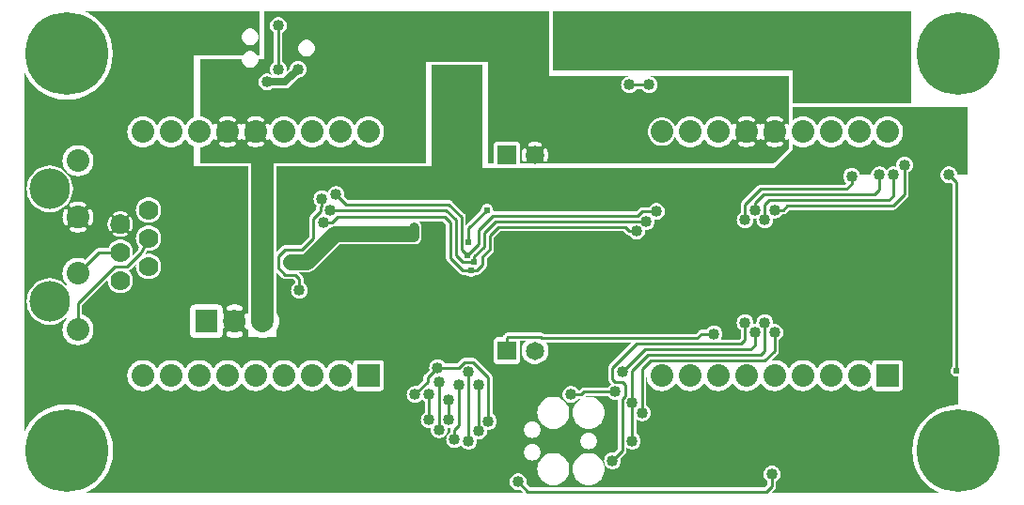
<source format=gbr>
G04 start of page 3 for group 1 idx 1 *
G04 Title: (unknown), solder *
G04 Creator: pcb 20140316 *
G04 CreationDate: Wed 29 Apr 2020 12:19:48 AM GMT UTC *
G04 For: railfan *
G04 Format: Gerber/RS-274X *
G04 PCB-Dimensions (mil): 3500.00 1750.00 *
G04 PCB-Coordinate-Origin: lower left *
%MOIN*%
%FSLAX25Y25*%
%LNBOTTOM*%
%ADD70C,0.1280*%
%ADD69C,0.0300*%
%ADD68C,0.0390*%
%ADD67C,0.0935*%
%ADD66C,0.0430*%
%ADD65C,0.0450*%
%ADD64C,0.0480*%
%ADD63C,0.1285*%
%ADD62C,0.0120*%
%ADD61C,0.0200*%
%ADD60C,0.0240*%
%ADD59C,0.0400*%
%ADD58C,0.1440*%
%ADD57C,0.0700*%
%ADD56C,0.0650*%
%ADD55C,0.0787*%
%ADD54C,0.2937*%
%ADD53C,0.0800*%
%ADD52C,0.0250*%
%ADD51C,0.0550*%
%ADD50C,0.0350*%
%ADD49C,0.0100*%
%ADD48C,0.0001*%
G54D48*G36*
X146500Y114500D02*Y154000D01*
X164500D01*
Y114500D01*
X146500D01*
G37*
G36*
X188000Y173000D02*Y119000D01*
X186832D01*
Y119670D01*
X186943Y119704D01*
X187050Y119756D01*
X187146Y119823D01*
X187231Y119905D01*
X187302Y120000D01*
X187356Y120105D01*
X187515Y120508D01*
X187632Y120925D01*
X187711Y121352D01*
X187750Y121783D01*
Y122217D01*
X187711Y122648D01*
X187632Y123075D01*
X187515Y123492D01*
X187360Y123897D01*
X187305Y124002D01*
X187234Y124097D01*
X187148Y124179D01*
X187051Y124247D01*
X186945Y124299D01*
X186832Y124334D01*
Y173000D01*
X188000D01*
G37*
G36*
X186832Y119000D02*X184945D01*
X184873Y119035D01*
X184759Y119070D01*
X184642Y119086D01*
X184523Y119084D01*
X184406Y119064D01*
X184295Y119023D01*
X184237Y119000D01*
X182998D01*
Y125247D01*
X183148D01*
X183443Y125220D01*
X183735Y125166D01*
X184020Y125086D01*
X184297Y124980D01*
X184407Y124940D01*
X184524Y124919D01*
X184642Y124917D01*
X184759Y124933D01*
X184871Y124968D01*
X184978Y125020D01*
X185074Y125087D01*
X185159Y125169D01*
X185230Y125263D01*
X185286Y125368D01*
X185324Y125479D01*
X185345Y125596D01*
X185347Y125714D01*
X185330Y125830D01*
X185296Y125943D01*
X185244Y126050D01*
X185177Y126146D01*
X185095Y126231D01*
X185000Y126302D01*
X184895Y126356D01*
X184492Y126515D01*
X184075Y126632D01*
X183648Y126711D01*
X183217Y126750D01*
X182998D01*
Y173000D01*
X186832D01*
Y124334D01*
X186831Y124334D01*
X186714Y124350D01*
X186595Y124348D01*
X186478Y124327D01*
X186366Y124289D01*
X186262Y124233D01*
X186167Y124162D01*
X186085Y124076D01*
X186017Y123979D01*
X185965Y123873D01*
X185930Y123759D01*
X185914Y123642D01*
X185916Y123523D01*
X185936Y123407D01*
X185977Y123295D01*
X186086Y123020D01*
X186166Y122735D01*
X186220Y122443D01*
X186247Y122148D01*
Y121852D01*
X186220Y121557D01*
X186166Y121265D01*
X186086Y120980D01*
X185980Y120703D01*
X185940Y120593D01*
X185919Y120476D01*
X185917Y120358D01*
X185933Y120241D01*
X185968Y120129D01*
X186020Y120022D01*
X186087Y119926D01*
X186169Y119841D01*
X186263Y119770D01*
X186368Y119714D01*
X186479Y119676D01*
X186596Y119655D01*
X186714Y119653D01*
X186830Y119670D01*
X186832Y119670D01*
Y119000D01*
G37*
G36*
X182998D02*X181755D01*
X181703Y119020D01*
X181593Y119060D01*
X181476Y119081D01*
X181358Y119083D01*
X181241Y119067D01*
X181129Y119032D01*
X181063Y119000D01*
X179168D01*
Y119666D01*
X179169Y119666D01*
X179286Y119650D01*
X179405Y119652D01*
X179522Y119673D01*
X179634Y119711D01*
X179738Y119767D01*
X179833Y119838D01*
X179915Y119924D01*
X179983Y120021D01*
X180035Y120127D01*
X180070Y120241D01*
X180086Y120358D01*
X180084Y120477D01*
X180064Y120594D01*
X180023Y120705D01*
X179914Y120980D01*
X179834Y121265D01*
X179780Y121557D01*
X179753Y121852D01*
Y122148D01*
X179780Y122443D01*
X179834Y122735D01*
X179914Y123020D01*
X180020Y123297D01*
X180060Y123407D01*
X180081Y123524D01*
X180083Y123642D01*
X180067Y123759D01*
X180032Y123871D01*
X179980Y123978D01*
X179913Y124074D01*
X179831Y124159D01*
X179737Y124230D01*
X179632Y124286D01*
X179521Y124324D01*
X179404Y124345D01*
X179286Y124347D01*
X179170Y124330D01*
X179168Y124330D01*
Y173000D01*
X182998D01*
Y126750D01*
X182783D01*
X182352Y126711D01*
X181925Y126632D01*
X181508Y126515D01*
X181103Y126360D01*
X180998Y126305D01*
X180903Y126234D01*
X180821Y126148D01*
X180753Y126051D01*
X180701Y125945D01*
X180666Y125831D01*
X180650Y125714D01*
X180652Y125595D01*
X180673Y125478D01*
X180711Y125366D01*
X180767Y125262D01*
X180838Y125167D01*
X180924Y125085D01*
X181021Y125017D01*
X181127Y124965D01*
X181241Y124930D01*
X181358Y124914D01*
X181477Y124916D01*
X181593Y124936D01*
X181705Y124977D01*
X181980Y125086D01*
X182265Y125166D01*
X182557Y125220D01*
X182852Y125247D01*
X182998D01*
Y119000D01*
G37*
G36*
X179168D02*X177749D01*
X177736Y125485D01*
X177681Y125715D01*
X177591Y125933D01*
X177467Y126134D01*
X177314Y126314D01*
X177134Y126467D01*
X176933Y126591D01*
X176715Y126681D01*
X176485Y126736D01*
X176250Y126750D01*
X169515Y126736D01*
X169285Y126681D01*
X169067Y126591D01*
X168866Y126467D01*
X168686Y126314D01*
X168533Y126134D01*
X168409Y125933D01*
X168319Y125715D01*
X168264Y125485D01*
X168250Y125250D01*
X168263Y119000D01*
X166500D01*
Y173000D01*
X179168D01*
Y124330D01*
X179057Y124296D01*
X178950Y124244D01*
X178854Y124177D01*
X178769Y124095D01*
X178698Y124000D01*
X178644Y123895D01*
X178485Y123492D01*
X178368Y123075D01*
X178289Y122648D01*
X178250Y122217D01*
Y121783D01*
X178289Y121352D01*
X178368Y120925D01*
X178485Y120508D01*
X178640Y120103D01*
X178695Y119998D01*
X178766Y119903D01*
X178852Y119821D01*
X178949Y119753D01*
X179055Y119701D01*
X179168Y119666D01*
Y119000D01*
G37*
G36*
X188000Y155000D02*X127000D01*
Y173000D01*
X188000D01*
Y155000D01*
G37*
G36*
X101995Y173000D02*X144500D01*
Y119000D01*
X101995D01*
Y125177D01*
X102295Y125053D01*
X103137Y124851D01*
X104000Y124783D01*
X104863Y124851D01*
X105705Y125053D01*
X106505Y125384D01*
X107243Y125837D01*
X107901Y126399D01*
X108463Y127057D01*
X108916Y127795D01*
X109000Y127999D01*
X109084Y127795D01*
X109537Y127057D01*
X110099Y126399D01*
X110757Y125837D01*
X111495Y125384D01*
X112295Y125053D01*
X113137Y124851D01*
X114000Y124783D01*
X114863Y124851D01*
X115705Y125053D01*
X116505Y125384D01*
X117243Y125837D01*
X117901Y126399D01*
X118463Y127057D01*
X118916Y127795D01*
X119000Y127999D01*
X119084Y127795D01*
X119537Y127057D01*
X120099Y126399D01*
X120757Y125837D01*
X121495Y125384D01*
X122295Y125053D01*
X123137Y124851D01*
X124000Y124783D01*
X124863Y124851D01*
X125705Y125053D01*
X126505Y125384D01*
X127243Y125837D01*
X127901Y126399D01*
X128463Y127057D01*
X128916Y127795D01*
X129247Y128595D01*
X129449Y129437D01*
X129500Y130300D01*
X129449Y131163D01*
X129247Y132005D01*
X128916Y132805D01*
X128463Y133543D01*
X127901Y134201D01*
X127243Y134763D01*
X126505Y135216D01*
X125705Y135547D01*
X124863Y135749D01*
X124000Y135817D01*
X123137Y135749D01*
X122295Y135547D01*
X121495Y135216D01*
X120757Y134763D01*
X120099Y134201D01*
X119537Y133543D01*
X119084Y132805D01*
X119000Y132601D01*
X118916Y132805D01*
X118463Y133543D01*
X117901Y134201D01*
X117243Y134763D01*
X116505Y135216D01*
X115705Y135547D01*
X114863Y135749D01*
X114000Y135817D01*
X113137Y135749D01*
X112295Y135547D01*
X111495Y135216D01*
X110757Y134763D01*
X110099Y134201D01*
X109537Y133543D01*
X109084Y132805D01*
X109000Y132601D01*
X108916Y132805D01*
X108463Y133543D01*
X107901Y134201D01*
X107243Y134763D01*
X106505Y135216D01*
X105705Y135547D01*
X104863Y135749D01*
X104000Y135817D01*
X103137Y135749D01*
X102295Y135547D01*
X101995Y135423D01*
Y152423D01*
X102000Y152500D01*
X101995Y152577D01*
Y157041D01*
X102000Y157041D01*
X102463Y157077D01*
X102914Y157186D01*
X103343Y157363D01*
X103739Y157606D01*
X104092Y157908D01*
X104394Y158261D01*
X104637Y158657D01*
X104814Y159086D01*
X104923Y159537D01*
X104950Y160000D01*
X104923Y160463D01*
X104814Y160914D01*
X104637Y161343D01*
X104394Y161739D01*
X104092Y162092D01*
X103739Y162394D01*
X103343Y162637D01*
X102914Y162814D01*
X102463Y162923D01*
X102000Y162959D01*
X101995Y162959D01*
Y173000D01*
G37*
G36*
Y135423D02*X101495Y135216D01*
X100757Y134763D01*
X100099Y134201D01*
X99537Y133543D01*
X99084Y132805D01*
X99000Y132601D01*
X98916Y132805D01*
X98463Y133543D01*
X97901Y134201D01*
X97243Y134763D01*
X96505Y135216D01*
X95705Y135547D01*
X94863Y135749D01*
X94000Y135817D01*
X93495Y135777D01*
Y145750D01*
X94412D01*
X94500Y145743D01*
X94853Y145771D01*
X94853Y145771D01*
X95197Y145854D01*
X95525Y145989D01*
X95827Y146174D01*
X96096Y146404D01*
X96153Y146471D01*
X99187Y149506D01*
X99471Y149528D01*
X99930Y149638D01*
X100366Y149819D01*
X100769Y150065D01*
X101128Y150372D01*
X101435Y150731D01*
X101681Y151134D01*
X101862Y151570D01*
X101972Y152029D01*
X101995Y152423D01*
Y135423D01*
G37*
G36*
Y119000D02*X93495D01*
Y124823D01*
X94000Y124783D01*
X94863Y124851D01*
X95705Y125053D01*
X96505Y125384D01*
X97243Y125837D01*
X97901Y126399D01*
X98463Y127057D01*
X98916Y127795D01*
X99000Y127999D01*
X99084Y127795D01*
X99537Y127057D01*
X100099Y126399D01*
X100757Y125837D01*
X101495Y125384D01*
X101995Y125177D01*
Y119000D01*
G37*
G36*
X93495Y173000D02*X101995D01*
Y162959D01*
X101537Y162923D01*
X101086Y162814D01*
X100657Y162637D01*
X100261Y162394D01*
X99908Y162092D01*
X99606Y161739D01*
X99363Y161343D01*
X99186Y160914D01*
X99077Y160463D01*
X99041Y160000D01*
X99077Y159537D01*
X99186Y159086D01*
X99363Y158657D01*
X99606Y158261D01*
X99908Y157908D01*
X100261Y157606D01*
X100657Y157363D01*
X101086Y157186D01*
X101537Y157077D01*
X101995Y157041D01*
Y152577D01*
X101972Y152971D01*
X101862Y153430D01*
X101681Y153866D01*
X101435Y154269D01*
X101128Y154628D01*
X100769Y154935D01*
X100366Y155181D01*
X99930Y155362D01*
X99471Y155472D01*
X99000Y155509D01*
X98529Y155472D01*
X98070Y155362D01*
X97634Y155181D01*
X97231Y154935D01*
X96872Y154628D01*
X96565Y154269D01*
X96319Y153866D01*
X96138Y153430D01*
X96028Y152971D01*
X96006Y152687D01*
X94843Y151525D01*
X94862Y151570D01*
X94972Y152029D01*
X95000Y152500D01*
X94972Y152971D01*
X94862Y153430D01*
X94681Y153866D01*
X94435Y154269D01*
X94128Y154628D01*
X93769Y154935D01*
X93500Y155099D01*
Y165401D01*
X93769Y165565D01*
X94128Y165872D01*
X94435Y166231D01*
X94681Y166634D01*
X94862Y167070D01*
X94972Y167529D01*
X95000Y168000D01*
X94972Y168471D01*
X94862Y168930D01*
X94681Y169366D01*
X94435Y169769D01*
X94128Y170128D01*
X93769Y170435D01*
X93495Y170602D01*
Y173000D01*
G37*
G36*
X87000D02*X93495D01*
Y170602D01*
X93366Y170681D01*
X92930Y170862D01*
X92471Y170972D01*
X92000Y171009D01*
X91529Y170972D01*
X91070Y170862D01*
X90634Y170681D01*
X90231Y170435D01*
X89872Y170128D01*
X89565Y169769D01*
X89319Y169366D01*
X89138Y168930D01*
X89028Y168471D01*
X88991Y168000D01*
X89028Y167529D01*
X89138Y167070D01*
X89319Y166634D01*
X89565Y166231D01*
X89872Y165872D01*
X90231Y165565D01*
X90500Y165401D01*
Y155099D01*
X90231Y154935D01*
X89872Y154628D01*
X89565Y154269D01*
X89319Y153866D01*
X89138Y153430D01*
X89028Y152971D01*
X88991Y152500D01*
X89028Y152029D01*
X89138Y151570D01*
X89319Y151134D01*
X89565Y150731D01*
X89872Y150372D01*
X90015Y150250D01*
X89985D01*
X89769Y150435D01*
X89366Y150681D01*
X88930Y150862D01*
X88471Y150972D01*
X88000Y151009D01*
X87529Y150972D01*
X87070Y150862D01*
X86634Y150681D01*
X86231Y150435D01*
X85872Y150128D01*
X85565Y149769D01*
X85319Y149366D01*
X85138Y148930D01*
X85028Y148471D01*
X84991Y148000D01*
X85028Y147529D01*
X85138Y147070D01*
X85319Y146634D01*
X85565Y146231D01*
X85872Y145872D01*
X86231Y145565D01*
X86634Y145319D01*
X87070Y145138D01*
X87529Y145028D01*
X88000Y144991D01*
X88471Y145028D01*
X88930Y145138D01*
X89366Y145319D01*
X89769Y145565D01*
X89985Y145750D01*
X93495D01*
Y135777D01*
X93137Y135749D01*
X92295Y135547D01*
X91495Y135216D01*
X90757Y134763D01*
X90099Y134201D01*
X89537Y133543D01*
X89084Y132805D01*
X88998Y132596D01*
X88910Y132792D01*
X88849Y132893D01*
X88772Y132984D01*
X88682Y133061D01*
X88580Y133123D01*
X88471Y133169D01*
X88355Y133197D01*
X88237Y133206D01*
X88119Y133197D01*
X88003Y133170D01*
X87893Y133124D01*
X87792Y133062D01*
X87702Y132986D01*
X87624Y132895D01*
X87562Y132794D01*
X87516Y132685D01*
X87489Y132569D01*
X87479Y132451D01*
X87488Y132332D01*
X87516Y132217D01*
X87563Y132108D01*
X87721Y131768D01*
X87842Y131412D01*
X87930Y131047D01*
X87982Y130675D01*
X88000Y130300D01*
X87982Y129925D01*
X87930Y129553D01*
X87842Y129188D01*
X87721Y128832D01*
X87567Y128490D01*
X87520Y128382D01*
X87493Y128267D01*
X87483Y128149D01*
X87493Y128032D01*
X87521Y127917D01*
X87566Y127808D01*
X87628Y127707D01*
X87705Y127618D01*
X87795Y127541D01*
X87895Y127480D01*
X88004Y127435D01*
X88119Y127407D01*
X88237Y127398D01*
X88355Y127408D01*
X88469Y127435D01*
X88578Y127481D01*
X88679Y127543D01*
X88769Y127619D01*
X88845Y127709D01*
X88905Y127811D01*
X88996Y128008D01*
X89084Y127795D01*
X89537Y127057D01*
X90099Y126399D01*
X90757Y125837D01*
X91495Y125384D01*
X92295Y125053D01*
X93137Y124851D01*
X93495Y124823D01*
Y119000D01*
X84002D01*
Y124794D01*
X84516Y124818D01*
X85028Y124891D01*
X85531Y125011D01*
X86020Y125178D01*
X86492Y125390D01*
X86593Y125451D01*
X86684Y125528D01*
X86761Y125618D01*
X86823Y125720D01*
X86869Y125829D01*
X86897Y125945D01*
X86906Y126063D01*
X86897Y126181D01*
X86870Y126297D01*
X86824Y126407D01*
X86762Y126508D01*
X86686Y126598D01*
X86595Y126676D01*
X86494Y126738D01*
X86385Y126784D01*
X86269Y126811D01*
X86151Y126821D01*
X86032Y126812D01*
X85917Y126784D01*
X85808Y126737D01*
X85468Y126579D01*
X85112Y126458D01*
X84747Y126370D01*
X84375Y126318D01*
X84002Y126300D01*
Y134300D01*
X84375Y134282D01*
X84747Y134230D01*
X85112Y134142D01*
X85468Y134021D01*
X85810Y133867D01*
X85918Y133820D01*
X86033Y133793D01*
X86151Y133783D01*
X86268Y133793D01*
X86383Y133821D01*
X86492Y133866D01*
X86593Y133928D01*
X86682Y134005D01*
X86759Y134095D01*
X86820Y134195D01*
X86865Y134304D01*
X86893Y134419D01*
X86902Y134537D01*
X86892Y134655D01*
X86865Y134769D01*
X86819Y134878D01*
X86757Y134979D01*
X86681Y135069D01*
X86591Y135145D01*
X86489Y135205D01*
X86020Y135422D01*
X85531Y135589D01*
X85028Y135709D01*
X84516Y135782D01*
X84002Y135806D01*
Y153831D01*
X84092Y153908D01*
X84394Y154261D01*
X84637Y154657D01*
X84814Y155086D01*
X84923Y155537D01*
X84950Y156000D01*
X87000D01*
Y173000D01*
G37*
G36*
X84002Y119000D02*X79000D01*
Y128008D01*
X79090Y127808D01*
X79151Y127707D01*
X79228Y127616D01*
X79318Y127539D01*
X79420Y127477D01*
X79529Y127431D01*
X79645Y127403D01*
X79763Y127394D01*
X79881Y127403D01*
X79997Y127430D01*
X80107Y127476D01*
X80208Y127538D01*
X80298Y127614D01*
X80376Y127705D01*
X80438Y127806D01*
X80484Y127915D01*
X80511Y128031D01*
X80521Y128149D01*
X80512Y128268D01*
X80484Y128383D01*
X80437Y128492D01*
X80279Y128832D01*
X80158Y129188D01*
X80070Y129553D01*
X80018Y129925D01*
X80000Y130300D01*
X80018Y130675D01*
X80070Y131047D01*
X80158Y131412D01*
X80279Y131768D01*
X80433Y132110D01*
X80480Y132218D01*
X80507Y132333D01*
X80517Y132451D01*
X80507Y132568D01*
X80479Y132683D01*
X80434Y132792D01*
X80372Y132893D01*
X80295Y132982D01*
X80205Y133059D01*
X80105Y133120D01*
X79996Y133165D01*
X79881Y133193D01*
X79763Y133202D01*
X79645Y133192D01*
X79531Y133165D01*
X79422Y133119D01*
X79321Y133057D01*
X79231Y132981D01*
X79155Y132891D01*
X79095Y132789D01*
X79002Y132587D01*
X79000Y132592D01*
Y156000D01*
X79041D01*
X79077Y155537D01*
X79186Y155086D01*
X79363Y154657D01*
X79606Y154261D01*
X79908Y153908D01*
X80261Y153606D01*
X80657Y153363D01*
X81086Y153186D01*
X81537Y153077D01*
X82000Y153041D01*
X82463Y153077D01*
X82914Y153186D01*
X83343Y153363D01*
X83739Y153606D01*
X84002Y153831D01*
Y135806D01*
X84000Y135806D01*
X83484Y135782D01*
X82972Y135709D01*
X82469Y135589D01*
X81980Y135422D01*
X81508Y135210D01*
X81407Y135149D01*
X81316Y135072D01*
X81239Y134982D01*
X81177Y134880D01*
X81131Y134771D01*
X81103Y134655D01*
X81094Y134537D01*
X81103Y134419D01*
X81130Y134303D01*
X81176Y134193D01*
X81238Y134092D01*
X81314Y134002D01*
X81405Y133924D01*
X81506Y133862D01*
X81615Y133816D01*
X81731Y133789D01*
X81849Y133779D01*
X81968Y133788D01*
X82083Y133816D01*
X82192Y133863D01*
X82532Y134021D01*
X82888Y134142D01*
X83253Y134230D01*
X83625Y134282D01*
X84000Y134300D01*
X84002Y134300D01*
Y126300D01*
X84000Y126300D01*
X83625Y126318D01*
X83253Y126370D01*
X82888Y126458D01*
X82532Y126579D01*
X82190Y126733D01*
X82082Y126780D01*
X81967Y126807D01*
X81849Y126817D01*
X81732Y126807D01*
X81617Y126779D01*
X81508Y126734D01*
X81407Y126672D01*
X81318Y126595D01*
X81241Y126505D01*
X81180Y126405D01*
X81135Y126296D01*
X81107Y126181D01*
X81098Y126063D01*
X81108Y125945D01*
X81135Y125831D01*
X81181Y125722D01*
X81243Y125621D01*
X81319Y125531D01*
X81409Y125455D01*
X81511Y125395D01*
X81980Y125178D01*
X82469Y125011D01*
X82972Y124891D01*
X83484Y124818D01*
X84000Y124794D01*
X84002Y124794D01*
Y119000D01*
G37*
G36*
X79000D02*X74002D01*
Y124794D01*
X74516Y124818D01*
X75028Y124891D01*
X75531Y125011D01*
X76020Y125178D01*
X76492Y125390D01*
X76593Y125451D01*
X76684Y125528D01*
X76761Y125618D01*
X76823Y125720D01*
X76869Y125829D01*
X76897Y125945D01*
X76906Y126063D01*
X76897Y126181D01*
X76870Y126297D01*
X76824Y126407D01*
X76762Y126508D01*
X76686Y126598D01*
X76595Y126676D01*
X76494Y126738D01*
X76385Y126784D01*
X76269Y126811D01*
X76151Y126821D01*
X76032Y126812D01*
X75917Y126784D01*
X75808Y126737D01*
X75468Y126579D01*
X75112Y126458D01*
X74747Y126370D01*
X74375Y126318D01*
X74002Y126300D01*
Y134300D01*
X74375Y134282D01*
X74747Y134230D01*
X75112Y134142D01*
X75468Y134021D01*
X75810Y133867D01*
X75918Y133820D01*
X76033Y133793D01*
X76151Y133783D01*
X76268Y133793D01*
X76383Y133821D01*
X76492Y133866D01*
X76593Y133928D01*
X76682Y134005D01*
X76759Y134095D01*
X76820Y134195D01*
X76865Y134304D01*
X76893Y134419D01*
X76902Y134537D01*
X76892Y134655D01*
X76865Y134769D01*
X76819Y134878D01*
X76757Y134979D01*
X76681Y135069D01*
X76591Y135145D01*
X76489Y135205D01*
X76020Y135422D01*
X75531Y135589D01*
X75028Y135709D01*
X74516Y135782D01*
X74002Y135806D01*
Y156000D01*
X79000D01*
Y132592D01*
X78910Y132792D01*
X78849Y132893D01*
X78772Y132984D01*
X78682Y133061D01*
X78580Y133123D01*
X78471Y133169D01*
X78355Y133197D01*
X78237Y133206D01*
X78119Y133197D01*
X78003Y133170D01*
X77893Y133124D01*
X77792Y133062D01*
X77702Y132986D01*
X77624Y132895D01*
X77562Y132794D01*
X77516Y132685D01*
X77489Y132569D01*
X77479Y132451D01*
X77488Y132332D01*
X77516Y132217D01*
X77563Y132108D01*
X77721Y131768D01*
X77842Y131412D01*
X77930Y131047D01*
X77982Y130675D01*
X78000Y130300D01*
X77982Y129925D01*
X77930Y129553D01*
X77842Y129188D01*
X77721Y128832D01*
X77567Y128490D01*
X77520Y128382D01*
X77493Y128267D01*
X77483Y128149D01*
X77493Y128032D01*
X77521Y127917D01*
X77566Y127808D01*
X77628Y127707D01*
X77705Y127618D01*
X77795Y127541D01*
X77895Y127480D01*
X78004Y127435D01*
X78119Y127407D01*
X78237Y127398D01*
X78355Y127408D01*
X78469Y127435D01*
X78578Y127481D01*
X78679Y127543D01*
X78769Y127619D01*
X78845Y127709D01*
X78905Y127811D01*
X78998Y128013D01*
X79000Y128008D01*
Y119000D01*
G37*
G36*
X74002D02*X64500D01*
Y124822D01*
X64863Y124851D01*
X65705Y125053D01*
X66505Y125384D01*
X67243Y125837D01*
X67901Y126399D01*
X68463Y127057D01*
X68916Y127795D01*
X69002Y128004D01*
X69090Y127808D01*
X69151Y127707D01*
X69228Y127616D01*
X69318Y127539D01*
X69420Y127477D01*
X69529Y127431D01*
X69645Y127403D01*
X69763Y127394D01*
X69881Y127403D01*
X69997Y127430D01*
X70107Y127476D01*
X70208Y127538D01*
X70298Y127614D01*
X70376Y127705D01*
X70438Y127806D01*
X70484Y127915D01*
X70511Y128031D01*
X70521Y128149D01*
X70512Y128268D01*
X70484Y128383D01*
X70437Y128492D01*
X70279Y128832D01*
X70158Y129188D01*
X70070Y129553D01*
X70018Y129925D01*
X70000Y130300D01*
X70018Y130675D01*
X70070Y131047D01*
X70158Y131412D01*
X70279Y131768D01*
X70433Y132110D01*
X70480Y132218D01*
X70507Y132333D01*
X70517Y132451D01*
X70507Y132568D01*
X70479Y132683D01*
X70434Y132792D01*
X70372Y132893D01*
X70295Y132982D01*
X70205Y133059D01*
X70105Y133120D01*
X69996Y133165D01*
X69881Y133193D01*
X69763Y133202D01*
X69645Y133192D01*
X69531Y133165D01*
X69422Y133119D01*
X69321Y133057D01*
X69231Y132981D01*
X69155Y132891D01*
X69095Y132789D01*
X69004Y132592D01*
X68916Y132805D01*
X68463Y133543D01*
X67901Y134201D01*
X67243Y134763D01*
X66505Y135216D01*
X65705Y135547D01*
X64863Y135749D01*
X64500Y135778D01*
Y156000D01*
X74002D01*
Y135806D01*
X74000Y135806D01*
X73484Y135782D01*
X72972Y135709D01*
X72469Y135589D01*
X71980Y135422D01*
X71508Y135210D01*
X71407Y135149D01*
X71316Y135072D01*
X71239Y134982D01*
X71177Y134880D01*
X71131Y134771D01*
X71103Y134655D01*
X71094Y134537D01*
X71103Y134419D01*
X71130Y134303D01*
X71176Y134193D01*
X71238Y134092D01*
X71314Y134002D01*
X71405Y133924D01*
X71506Y133862D01*
X71615Y133816D01*
X71731Y133789D01*
X71849Y133779D01*
X71968Y133788D01*
X72083Y133816D01*
X72192Y133863D01*
X72532Y134021D01*
X72888Y134142D01*
X73253Y134230D01*
X73625Y134282D01*
X74000Y134300D01*
X74002Y134300D01*
Y126300D01*
X74000Y126300D01*
X73625Y126318D01*
X73253Y126370D01*
X72888Y126458D01*
X72532Y126579D01*
X72190Y126733D01*
X72082Y126780D01*
X71967Y126807D01*
X71849Y126817D01*
X71732Y126807D01*
X71617Y126779D01*
X71508Y126734D01*
X71407Y126672D01*
X71318Y126595D01*
X71241Y126505D01*
X71180Y126405D01*
X71135Y126296D01*
X71107Y126181D01*
X71098Y126063D01*
X71108Y125945D01*
X71135Y125831D01*
X71181Y125722D01*
X71243Y125621D01*
X71319Y125531D01*
X71409Y125455D01*
X71511Y125395D01*
X71980Y125178D01*
X72469Y125011D01*
X72972Y124891D01*
X73484Y124818D01*
X74000Y124794D01*
X74002Y124794D01*
Y119000D01*
G37*
G36*
X83992Y57500D02*X84264D01*
X84660Y57336D01*
X85568Y57118D01*
X86500Y57045D01*
X87432Y57118D01*
X88340Y57336D01*
X88736Y57500D01*
X138500D01*
Y39237D01*
X138372Y39128D01*
X138065Y38769D01*
X137819Y38366D01*
X137638Y37930D01*
X137528Y37471D01*
X137491Y37000D01*
X137528Y36529D01*
X137638Y36070D01*
X137819Y35634D01*
X138065Y35231D01*
X138372Y34872D01*
X138500Y34763D01*
Y2000D01*
X83992D01*
Y38184D01*
X84000Y38183D01*
X84863Y38251D01*
X85705Y38453D01*
X86505Y38784D01*
X87243Y39237D01*
X87901Y39799D01*
X88463Y40457D01*
X88916Y41195D01*
X89000Y41399D01*
X89084Y41195D01*
X89537Y40457D01*
X90099Y39799D01*
X90757Y39237D01*
X91495Y38784D01*
X92295Y38453D01*
X93137Y38251D01*
X94000Y38183D01*
X94863Y38251D01*
X95705Y38453D01*
X96505Y38784D01*
X97243Y39237D01*
X97901Y39799D01*
X98463Y40457D01*
X98916Y41195D01*
X99000Y41399D01*
X99084Y41195D01*
X99537Y40457D01*
X100099Y39799D01*
X100757Y39237D01*
X101495Y38784D01*
X102295Y38453D01*
X103137Y38251D01*
X104000Y38183D01*
X104863Y38251D01*
X105705Y38453D01*
X106505Y38784D01*
X107243Y39237D01*
X107901Y39799D01*
X108463Y40457D01*
X108916Y41195D01*
X109000Y41399D01*
X109084Y41195D01*
X109537Y40457D01*
X110099Y39799D01*
X110757Y39237D01*
X111495Y38784D01*
X112295Y38453D01*
X113137Y38251D01*
X114000Y38183D01*
X114863Y38251D01*
X115705Y38453D01*
X116505Y38784D01*
X117243Y39237D01*
X117901Y39799D01*
X118463Y40457D01*
X118512Y40537D01*
X118514Y39465D01*
X118569Y39235D01*
X118659Y39017D01*
X118783Y38816D01*
X118936Y38636D01*
X119116Y38483D01*
X119317Y38359D01*
X119535Y38269D01*
X119765Y38214D01*
X120000Y38200D01*
X128235Y38214D01*
X128465Y38269D01*
X128683Y38359D01*
X128884Y38483D01*
X129064Y38636D01*
X129217Y38816D01*
X129341Y39017D01*
X129431Y39235D01*
X129486Y39465D01*
X129500Y39700D01*
X129486Y47935D01*
X129431Y48165D01*
X129341Y48383D01*
X129217Y48584D01*
X129064Y48764D01*
X128884Y48917D01*
X128683Y49041D01*
X128465Y49131D01*
X128235Y49186D01*
X128000Y49200D01*
X119765Y49186D01*
X119535Y49131D01*
X119317Y49041D01*
X119116Y48917D01*
X118936Y48764D01*
X118783Y48584D01*
X118659Y48383D01*
X118569Y48165D01*
X118514Y47935D01*
X118500Y47700D01*
X118501Y46881D01*
X118463Y46943D01*
X117901Y47601D01*
X117243Y48163D01*
X116505Y48616D01*
X115705Y48947D01*
X114863Y49149D01*
X114000Y49217D01*
X113137Y49149D01*
X112295Y48947D01*
X111495Y48616D01*
X110757Y48163D01*
X110099Y47601D01*
X109537Y46943D01*
X109084Y46205D01*
X109000Y46001D01*
X108916Y46205D01*
X108463Y46943D01*
X107901Y47601D01*
X107243Y48163D01*
X106505Y48616D01*
X105705Y48947D01*
X104863Y49149D01*
X104000Y49217D01*
X103137Y49149D01*
X102295Y48947D01*
X101495Y48616D01*
X100757Y48163D01*
X100099Y47601D01*
X99537Y46943D01*
X99084Y46205D01*
X99000Y46001D01*
X98916Y46205D01*
X98463Y46943D01*
X97901Y47601D01*
X97243Y48163D01*
X96505Y48616D01*
X95705Y48947D01*
X94863Y49149D01*
X94000Y49217D01*
X93137Y49149D01*
X92295Y48947D01*
X91495Y48616D01*
X90757Y48163D01*
X90099Y47601D01*
X89537Y46943D01*
X89084Y46205D01*
X89000Y46001D01*
X88916Y46205D01*
X88463Y46943D01*
X87901Y47601D01*
X87243Y48163D01*
X86505Y48616D01*
X85705Y48947D01*
X84863Y49149D01*
X84000Y49217D01*
X83992Y49216D01*
Y57500D01*
G37*
G36*
X38000D02*X61314D01*
X61384Y57440D01*
X61652Y57275D01*
X61943Y57155D01*
X62249Y57082D01*
X62563Y57063D01*
X70751Y57082D01*
X71057Y57155D01*
X71348Y57275D01*
X71616Y57440D01*
X71686Y57500D01*
X74269D01*
X74296Y57487D01*
X74828Y57296D01*
X75377Y57163D01*
X75936Y57083D01*
X76500Y57056D01*
X77064Y57083D01*
X77623Y57163D01*
X78172Y57296D01*
X78706Y57481D01*
X78745Y57500D01*
X83992D01*
Y49216D01*
X83137Y49149D01*
X82295Y48947D01*
X81495Y48616D01*
X80757Y48163D01*
X80099Y47601D01*
X79537Y46943D01*
X79084Y46205D01*
X79000Y46001D01*
X78916Y46205D01*
X78463Y46943D01*
X77901Y47601D01*
X77243Y48163D01*
X76505Y48616D01*
X75705Y48947D01*
X74863Y49149D01*
X74000Y49217D01*
X73137Y49149D01*
X72295Y48947D01*
X71495Y48616D01*
X70757Y48163D01*
X70099Y47601D01*
X69537Y46943D01*
X69084Y46205D01*
X69000Y46001D01*
X68916Y46205D01*
X68463Y46943D01*
X67901Y47601D01*
X67243Y48163D01*
X66505Y48616D01*
X65705Y48947D01*
X64863Y49149D01*
X64000Y49217D01*
X63137Y49149D01*
X62295Y48947D01*
X61495Y48616D01*
X60757Y48163D01*
X60099Y47601D01*
X59537Y46943D01*
X59084Y46205D01*
X59000Y46001D01*
X58916Y46205D01*
X58463Y46943D01*
X57901Y47601D01*
X57243Y48163D01*
X56505Y48616D01*
X55705Y48947D01*
X54863Y49149D01*
X54000Y49217D01*
X53137Y49149D01*
X52295Y48947D01*
X51495Y48616D01*
X50757Y48163D01*
X50099Y47601D01*
X49537Y46943D01*
X49084Y46205D01*
X49000Y46001D01*
X48916Y46205D01*
X48463Y46943D01*
X47901Y47601D01*
X47243Y48163D01*
X46505Y48616D01*
X45705Y48947D01*
X44863Y49149D01*
X44000Y49217D01*
X43137Y49149D01*
X42295Y48947D01*
X41495Y48616D01*
X40757Y48163D01*
X40099Y47601D01*
X39537Y46943D01*
X39084Y46205D01*
X38753Y45405D01*
X38551Y44563D01*
X38483Y43700D01*
X38551Y42837D01*
X38753Y41995D01*
X39084Y41195D01*
X39537Y40457D01*
X40099Y39799D01*
X40757Y39237D01*
X41495Y38784D01*
X42295Y38453D01*
X43137Y38251D01*
X44000Y38183D01*
X44863Y38251D01*
X45705Y38453D01*
X46505Y38784D01*
X47243Y39237D01*
X47901Y39799D01*
X48463Y40457D01*
X48916Y41195D01*
X49000Y41399D01*
X49084Y41195D01*
X49537Y40457D01*
X50099Y39799D01*
X50757Y39237D01*
X51495Y38784D01*
X52295Y38453D01*
X53137Y38251D01*
X54000Y38183D01*
X54863Y38251D01*
X55705Y38453D01*
X56505Y38784D01*
X57243Y39237D01*
X57901Y39799D01*
X58463Y40457D01*
X58916Y41195D01*
X59000Y41399D01*
X59084Y41195D01*
X59537Y40457D01*
X60099Y39799D01*
X60757Y39237D01*
X61495Y38784D01*
X62295Y38453D01*
X63137Y38251D01*
X64000Y38183D01*
X64863Y38251D01*
X65705Y38453D01*
X66505Y38784D01*
X67243Y39237D01*
X67901Y39799D01*
X68463Y40457D01*
X68916Y41195D01*
X69000Y41399D01*
X69084Y41195D01*
X69537Y40457D01*
X70099Y39799D01*
X70757Y39237D01*
X71495Y38784D01*
X72295Y38453D01*
X73137Y38251D01*
X74000Y38183D01*
X74863Y38251D01*
X75705Y38453D01*
X76505Y38784D01*
X77243Y39237D01*
X77901Y39799D01*
X78463Y40457D01*
X78916Y41195D01*
X79000Y41399D01*
X79084Y41195D01*
X79537Y40457D01*
X80099Y39799D01*
X80757Y39237D01*
X81495Y38784D01*
X82295Y38453D01*
X83137Y38251D01*
X83992Y38184D01*
Y2000D01*
X38000D01*
Y57500D01*
G37*
G36*
X240875Y117500D02*X295158D01*
X294805Y117472D01*
X294346Y117362D01*
X293910Y117181D01*
X293507Y116935D01*
X293148Y116628D01*
X292841Y116269D01*
X292595Y115866D01*
X292414Y115430D01*
X292304Y114971D01*
X292267Y114500D01*
X292304Y114029D01*
X292414Y113570D01*
X292595Y113134D01*
X292841Y112731D01*
X293148Y112372D01*
X293473Y112095D01*
X292879Y111500D01*
X263059D01*
X263000Y111505D01*
X262765Y111486D01*
X262535Y111431D01*
X262317Y111341D01*
X262116Y111217D01*
X262115Y111217D01*
X261936Y111064D01*
X261898Y111019D01*
X256481Y105602D01*
X256436Y105564D01*
X256283Y105384D01*
X256159Y105183D01*
X256069Y104965D01*
X256014Y104735D01*
X256014Y104735D01*
X255995Y104500D01*
X256000Y104441D01*
Y101599D01*
X255731Y101435D01*
X255372Y101128D01*
X255065Y100769D01*
X254819Y100366D01*
X254638Y99930D01*
X254528Y99471D01*
X254491Y99000D01*
X254528Y98529D01*
X254638Y98070D01*
X254819Y97634D01*
X255065Y97231D01*
X255372Y96872D01*
X255731Y96565D01*
X256134Y96319D01*
X256570Y96138D01*
X257029Y96028D01*
X257500Y95991D01*
X257971Y96028D01*
X258430Y96138D01*
X258866Y96319D01*
X259269Y96565D01*
X259628Y96872D01*
X259935Y97231D01*
X260181Y97634D01*
X260362Y98070D01*
X260472Y98529D01*
X260500Y99000D01*
X260472Y99471D01*
X260454Y99546D01*
X260529Y99528D01*
X261000Y99491D01*
X261471Y99528D01*
X261546Y99546D01*
X261528Y99471D01*
X261491Y99000D01*
X261528Y98529D01*
X261638Y98070D01*
X261819Y97634D01*
X262065Y97231D01*
X262372Y96872D01*
X262731Y96565D01*
X263134Y96319D01*
X263570Y96138D01*
X264029Y96028D01*
X264500Y95991D01*
X264971Y96028D01*
X265430Y96138D01*
X265866Y96319D01*
X266269Y96565D01*
X266628Y96872D01*
X266935Y97231D01*
X267181Y97634D01*
X267362Y98070D01*
X267472Y98529D01*
X267500Y99000D01*
X267472Y99471D01*
X267454Y99546D01*
X267529Y99528D01*
X268000Y99491D01*
X268471Y99528D01*
X268930Y99638D01*
X269366Y99819D01*
X269769Y100065D01*
X270128Y100372D01*
X270435Y100731D01*
X270599Y101000D01*
X270941D01*
X271000Y100995D01*
X271235Y101014D01*
X271235Y101014D01*
X271465Y101069D01*
X271683Y101159D01*
X271884Y101283D01*
X272064Y101436D01*
X272102Y101481D01*
X273121Y102500D01*
X309941D01*
X310000Y102495D01*
X310235Y102514D01*
X310235Y102514D01*
X310465Y102569D01*
X310683Y102659D01*
X310884Y102783D01*
X311064Y102936D01*
X311102Y102981D01*
X315019Y106898D01*
X315064Y106936D01*
X315217Y107115D01*
X315217Y107116D01*
X315341Y107317D01*
X315431Y107535D01*
X315486Y107765D01*
X315505Y108000D01*
X315500Y108059D01*
Y115901D01*
X315769Y116065D01*
X316128Y116372D01*
X316435Y116731D01*
X316681Y117134D01*
X316833Y117500D01*
X328062D01*
X327955Y117435D01*
X327596Y117128D01*
X327289Y116769D01*
X327043Y116366D01*
X326862Y115930D01*
X326752Y115471D01*
X326715Y115000D01*
X326752Y114529D01*
X326862Y114070D01*
X327043Y113634D01*
X327289Y113231D01*
X327596Y112872D01*
X327955Y112565D01*
X328358Y112319D01*
X328794Y112138D01*
X329253Y112028D01*
X329724Y111991D01*
X330195Y112028D01*
X330501Y112101D01*
X331000Y111603D01*
Y47112D01*
X330940Y47060D01*
X330715Y46797D01*
X330534Y46502D01*
X330401Y46182D01*
X330320Y45845D01*
X330293Y45500D01*
X330320Y45155D01*
X330401Y44818D01*
X330534Y44498D01*
X330715Y44203D01*
X330940Y43940D01*
X331203Y43715D01*
X331498Y43534D01*
X331818Y43401D01*
X332155Y43320D01*
X332500Y43293D01*
X332845Y43320D01*
X333000Y43358D01*
Y33334D01*
X330445Y33133D01*
X327952Y32535D01*
X325584Y31554D01*
X323399Y30215D01*
X321450Y28550D01*
X319785Y26601D01*
X318446Y24416D01*
X317465Y22048D01*
X316867Y19555D01*
X316666Y17000D01*
X316867Y14445D01*
X317465Y11952D01*
X318446Y9584D01*
X319785Y7399D01*
X321450Y5450D01*
X323399Y3785D01*
X325584Y2446D01*
X326661Y2000D01*
X266621D01*
X268019Y3398D01*
X268064Y3436D01*
X268217Y3615D01*
X268217Y3616D01*
X268341Y3817D01*
X268431Y4035D01*
X268486Y4265D01*
X268505Y4500D01*
X268500Y4559D01*
Y6177D01*
X268769Y6341D01*
X269128Y6648D01*
X269435Y7007D01*
X269681Y7410D01*
X269862Y7846D01*
X269972Y8305D01*
X270000Y8776D01*
X269972Y9247D01*
X269862Y9706D01*
X269681Y10142D01*
X269435Y10545D01*
X269128Y10904D01*
X268769Y11211D01*
X268366Y11457D01*
X267930Y11638D01*
X267471Y11748D01*
X267000Y11785D01*
X266529Y11748D01*
X266070Y11638D01*
X265634Y11457D01*
X265231Y11211D01*
X264872Y10904D01*
X264565Y10545D01*
X264319Y10142D01*
X264138Y9706D01*
X264028Y9247D01*
X263991Y8776D01*
X264028Y8305D01*
X264138Y7846D01*
X264319Y7410D01*
X264565Y7007D01*
X264872Y6648D01*
X265231Y6341D01*
X265500Y6177D01*
Y5121D01*
X264379Y4000D01*
X240875D01*
Y39011D01*
X241243Y39237D01*
X241901Y39799D01*
X242463Y40457D01*
X242916Y41195D01*
X243000Y41399D01*
X243084Y41195D01*
X243537Y40457D01*
X244099Y39799D01*
X244757Y39237D01*
X245495Y38784D01*
X246295Y38453D01*
X247137Y38251D01*
X248000Y38183D01*
X248863Y38251D01*
X249705Y38453D01*
X250505Y38784D01*
X251243Y39237D01*
X251901Y39799D01*
X252463Y40457D01*
X252916Y41195D01*
X253000Y41399D01*
X253084Y41195D01*
X253537Y40457D01*
X254099Y39799D01*
X254757Y39237D01*
X255495Y38784D01*
X256295Y38453D01*
X257137Y38251D01*
X258000Y38183D01*
X258863Y38251D01*
X259705Y38453D01*
X260505Y38784D01*
X261243Y39237D01*
X261901Y39799D01*
X262463Y40457D01*
X262916Y41195D01*
X263000Y41399D01*
X263084Y41195D01*
X263537Y40457D01*
X264099Y39799D01*
X264757Y39237D01*
X265495Y38784D01*
X266295Y38453D01*
X267137Y38251D01*
X268000Y38183D01*
X268863Y38251D01*
X269705Y38453D01*
X270505Y38784D01*
X271243Y39237D01*
X271901Y39799D01*
X272463Y40457D01*
X272916Y41195D01*
X273000Y41399D01*
X273084Y41195D01*
X273537Y40457D01*
X274099Y39799D01*
X274757Y39237D01*
X275495Y38784D01*
X276295Y38453D01*
X277137Y38251D01*
X278000Y38183D01*
X278863Y38251D01*
X279705Y38453D01*
X280505Y38784D01*
X281243Y39237D01*
X281901Y39799D01*
X282463Y40457D01*
X282916Y41195D01*
X283000Y41399D01*
X283084Y41195D01*
X283537Y40457D01*
X284099Y39799D01*
X284757Y39237D01*
X285495Y38784D01*
X286295Y38453D01*
X287137Y38251D01*
X288000Y38183D01*
X288863Y38251D01*
X289705Y38453D01*
X290505Y38784D01*
X291243Y39237D01*
X291901Y39799D01*
X292463Y40457D01*
X292916Y41195D01*
X293000Y41399D01*
X293084Y41195D01*
X293537Y40457D01*
X294099Y39799D01*
X294757Y39237D01*
X295495Y38784D01*
X296295Y38453D01*
X297137Y38251D01*
X298000Y38183D01*
X298863Y38251D01*
X299705Y38453D01*
X300505Y38784D01*
X301243Y39237D01*
X301901Y39799D01*
X302463Y40457D01*
X302512Y40537D01*
X302514Y39465D01*
X302569Y39235D01*
X302659Y39017D01*
X302783Y38816D01*
X302936Y38636D01*
X303116Y38483D01*
X303317Y38359D01*
X303535Y38269D01*
X303765Y38214D01*
X304000Y38200D01*
X312235Y38214D01*
X312465Y38269D01*
X312683Y38359D01*
X312884Y38483D01*
X313064Y38636D01*
X313217Y38816D01*
X313341Y39017D01*
X313431Y39235D01*
X313486Y39465D01*
X313500Y39700D01*
X313486Y47935D01*
X313431Y48165D01*
X313341Y48383D01*
X313217Y48584D01*
X313064Y48764D01*
X312884Y48917D01*
X312683Y49041D01*
X312465Y49131D01*
X312235Y49186D01*
X312000Y49200D01*
X303765Y49186D01*
X303535Y49131D01*
X303317Y49041D01*
X303116Y48917D01*
X302936Y48764D01*
X302783Y48584D01*
X302659Y48383D01*
X302569Y48165D01*
X302514Y47935D01*
X302500Y47700D01*
X302501Y46881D01*
X302463Y46943D01*
X301901Y47601D01*
X301243Y48163D01*
X300505Y48616D01*
X299705Y48947D01*
X298863Y49149D01*
X298000Y49217D01*
X297137Y49149D01*
X296295Y48947D01*
X295495Y48616D01*
X294757Y48163D01*
X294099Y47601D01*
X293537Y46943D01*
X293084Y46205D01*
X293000Y46001D01*
X292916Y46205D01*
X292463Y46943D01*
X291901Y47601D01*
X291243Y48163D01*
X290505Y48616D01*
X289705Y48947D01*
X288863Y49149D01*
X288000Y49217D01*
X287137Y49149D01*
X286295Y48947D01*
X285495Y48616D01*
X284757Y48163D01*
X284099Y47601D01*
X283537Y46943D01*
X283084Y46205D01*
X283000Y46001D01*
X282916Y46205D01*
X282463Y46943D01*
X281901Y47601D01*
X281243Y48163D01*
X280505Y48616D01*
X279705Y48947D01*
X278863Y49149D01*
X278000Y49217D01*
X277137Y49149D01*
X276295Y48947D01*
X275495Y48616D01*
X274757Y48163D01*
X274099Y47601D01*
X273537Y46943D01*
X273084Y46205D01*
X273000Y46001D01*
X272916Y46205D01*
X272463Y46943D01*
X271901Y47601D01*
X271243Y48163D01*
X270505Y48616D01*
X269705Y48947D01*
X268863Y49149D01*
X268000Y49217D01*
X267137Y49149D01*
X266655Y49033D01*
X269019Y51398D01*
X269064Y51436D01*
X269217Y51615D01*
X269217Y51616D01*
X269341Y51817D01*
X269431Y52035D01*
X269486Y52265D01*
X269505Y52500D01*
X269500Y52559D01*
Y56401D01*
X269769Y56565D01*
X270128Y56872D01*
X270435Y57231D01*
X270681Y57634D01*
X270862Y58070D01*
X270972Y58529D01*
X271000Y59000D01*
X270972Y59471D01*
X270862Y59930D01*
X270681Y60366D01*
X270435Y60769D01*
X270128Y61128D01*
X269769Y61435D01*
X269366Y61681D01*
X268930Y61862D01*
X268471Y61972D01*
X268000Y62009D01*
X267529Y61972D01*
X267454Y61954D01*
X267472Y62029D01*
X267500Y62500D01*
X267472Y62971D01*
X267362Y63430D01*
X267181Y63866D01*
X266935Y64269D01*
X266628Y64628D01*
X266269Y64935D01*
X265866Y65181D01*
X265430Y65362D01*
X264971Y65472D01*
X264500Y65509D01*
X264029Y65472D01*
X263570Y65362D01*
X263134Y65181D01*
X262731Y64935D01*
X262372Y64628D01*
X262065Y64269D01*
X261819Y63866D01*
X261638Y63430D01*
X261528Y62971D01*
X261491Y62500D01*
X261528Y62029D01*
X261546Y61954D01*
X261471Y61972D01*
X261000Y62009D01*
X260529Y61972D01*
X260454Y61954D01*
X260472Y62029D01*
X260500Y62500D01*
X260472Y62971D01*
X260362Y63430D01*
X260181Y63866D01*
X259935Y64269D01*
X259628Y64628D01*
X259269Y64935D01*
X258866Y65181D01*
X258430Y65362D01*
X257971Y65472D01*
X257500Y65509D01*
X257029Y65472D01*
X256570Y65362D01*
X256134Y65181D01*
X255731Y64935D01*
X255372Y64628D01*
X255065Y64269D01*
X254819Y63866D01*
X254638Y63430D01*
X254528Y62971D01*
X254491Y62500D01*
X254528Y62029D01*
X254638Y61570D01*
X254819Y61134D01*
X255065Y60731D01*
X255372Y60372D01*
X255731Y60065D01*
X256000Y59901D01*
Y57121D01*
X255379Y56500D01*
X248737D01*
X248935Y56731D01*
X249181Y57134D01*
X249362Y57570D01*
X249472Y58029D01*
X249500Y58500D01*
X249472Y58971D01*
X249362Y59430D01*
X249181Y59866D01*
X248935Y60269D01*
X248628Y60628D01*
X248269Y60935D01*
X247866Y61181D01*
X247430Y61362D01*
X246971Y61472D01*
X246500Y61509D01*
X246029Y61472D01*
X245570Y61362D01*
X245134Y61181D01*
X244731Y60935D01*
X244372Y60628D01*
X244065Y60269D01*
X243901Y60000D01*
X242059D01*
X242000Y60005D01*
X241765Y59986D01*
X241535Y59931D01*
X241317Y59841D01*
X241116Y59717D01*
X241115Y59717D01*
X240936Y59564D01*
X240898Y59519D01*
X240875Y59496D01*
Y117500D01*
G37*
G36*
X201991Y24808D02*X202000Y24807D01*
X202891Y24878D01*
X203759Y25086D01*
X204584Y25428D01*
X205346Y25895D01*
X206025Y26475D01*
X206605Y27154D01*
X207072Y27916D01*
X207414Y28741D01*
X207622Y29609D01*
X207675Y30500D01*
X207622Y31391D01*
X207414Y32259D01*
X207072Y33084D01*
X206605Y33846D01*
X206025Y34525D01*
X205346Y35105D01*
X204584Y35572D01*
X203759Y35914D01*
X202891Y36122D01*
X202000Y36193D01*
X201991Y36192D01*
Y36500D01*
X208901D01*
X209065Y36231D01*
X209372Y35872D01*
X209731Y35565D01*
X210134Y35319D01*
X210570Y35138D01*
X211029Y35028D01*
X211500Y34991D01*
X211971Y35028D01*
X212430Y35138D01*
X212500Y35167D01*
Y17621D01*
X211277Y16399D01*
X210971Y16472D01*
X210500Y16509D01*
X210029Y16472D01*
X209570Y16362D01*
X209134Y16181D01*
X208731Y15935D01*
X208372Y15628D01*
X208065Y15269D01*
X207819Y14866D01*
X207638Y14430D01*
X207528Y13971D01*
X207491Y13500D01*
X207528Y13029D01*
X207638Y12570D01*
X207819Y12134D01*
X208065Y11731D01*
X208372Y11372D01*
X208731Y11065D01*
X209134Y10819D01*
X209570Y10638D01*
X210029Y10528D01*
X210500Y10491D01*
X210971Y10528D01*
X211430Y10638D01*
X211866Y10819D01*
X212269Y11065D01*
X212628Y11372D01*
X212935Y11731D01*
X213181Y12134D01*
X213362Y12570D01*
X213472Y13029D01*
X213500Y13500D01*
X213472Y13971D01*
X213399Y14277D01*
X215019Y15898D01*
X215064Y15936D01*
X215217Y16115D01*
X215217Y16116D01*
X215341Y16317D01*
X215431Y16535D01*
X215486Y16765D01*
X215505Y17000D01*
X215500Y17059D01*
Y18263D01*
X215731Y18065D01*
X216134Y17819D01*
X216570Y17638D01*
X217029Y17528D01*
X217500Y17491D01*
X217971Y17528D01*
X218430Y17638D01*
X218866Y17819D01*
X219269Y18065D01*
X219628Y18372D01*
X219935Y18731D01*
X220181Y19134D01*
X220362Y19570D01*
X220472Y20029D01*
X220500Y20500D01*
X220472Y20971D01*
X220362Y21430D01*
X220181Y21866D01*
X219935Y22269D01*
X219628Y22628D01*
X219269Y22935D01*
X219000Y23099D01*
Y28263D01*
X219231Y28065D01*
X219634Y27819D01*
X220070Y27638D01*
X220529Y27528D01*
X221000Y27491D01*
X221471Y27528D01*
X221930Y27638D01*
X222366Y27819D01*
X222769Y28065D01*
X223128Y28372D01*
X223435Y28731D01*
X223681Y29134D01*
X223862Y29570D01*
X223972Y30029D01*
X224000Y30500D01*
X223972Y30971D01*
X223862Y31430D01*
X223681Y31866D01*
X223435Y32269D01*
X223128Y32628D01*
X222769Y32935D01*
X222500Y33099D01*
Y43484D01*
X222551Y42837D01*
X222753Y41995D01*
X223084Y41195D01*
X223537Y40457D01*
X224099Y39799D01*
X224757Y39237D01*
X225495Y38784D01*
X226295Y38453D01*
X227137Y38251D01*
X228000Y38183D01*
X228863Y38251D01*
X229705Y38453D01*
X230505Y38784D01*
X231243Y39237D01*
X231901Y39799D01*
X232463Y40457D01*
X232916Y41195D01*
X233000Y41399D01*
X233084Y41195D01*
X233537Y40457D01*
X234099Y39799D01*
X234757Y39237D01*
X235495Y38784D01*
X236295Y38453D01*
X237137Y38251D01*
X238000Y38183D01*
X238863Y38251D01*
X239705Y38453D01*
X240505Y38784D01*
X240875Y39011D01*
Y4000D01*
X201991D01*
Y4808D01*
X202000Y4807D01*
X202891Y4878D01*
X203759Y5086D01*
X204584Y5428D01*
X205346Y5895D01*
X206025Y6475D01*
X206605Y7154D01*
X207072Y7916D01*
X207414Y8741D01*
X207622Y9609D01*
X207675Y10500D01*
X207622Y11391D01*
X207414Y12259D01*
X207072Y13084D01*
X206605Y13846D01*
X206025Y14525D01*
X205346Y15105D01*
X204584Y15572D01*
X203759Y15914D01*
X202891Y16122D01*
X202000Y16193D01*
X201991Y16192D01*
Y17542D01*
X202000Y17541D01*
X202463Y17577D01*
X202914Y17686D01*
X203343Y17863D01*
X203739Y18106D01*
X204092Y18408D01*
X204394Y18761D01*
X204637Y19157D01*
X204814Y19586D01*
X204923Y20037D01*
X204950Y20500D01*
X204923Y20963D01*
X204814Y21414D01*
X204637Y21843D01*
X204394Y22239D01*
X204092Y22592D01*
X203739Y22894D01*
X203343Y23137D01*
X202914Y23314D01*
X202463Y23423D01*
X202000Y23459D01*
X201991Y23458D01*
Y24808D01*
G37*
G36*
Y55500D02*X217379D01*
X209481Y47602D01*
X209436Y47564D01*
X209283Y47384D01*
X209159Y47183D01*
X209069Y46965D01*
X209014Y46735D01*
X209014Y46735D01*
X208995Y46500D01*
X209000Y46441D01*
Y42559D01*
X208995Y42500D01*
X209014Y42265D01*
X209069Y42035D01*
X209159Y41817D01*
X209283Y41616D01*
X209283Y41615D01*
X209436Y41436D01*
X209481Y41398D01*
X210179Y40700D01*
X210134Y40681D01*
X209731Y40435D01*
X209372Y40128D01*
X209065Y39769D01*
X208901Y39500D01*
X201991D01*
Y55500D01*
G37*
G36*
Y95000D02*X214379D01*
X215398Y93981D01*
X215436Y93936D01*
X215616Y93783D01*
X215817Y93659D01*
X216035Y93569D01*
X216265Y93514D01*
X216399Y93503D01*
X216565Y93231D01*
X216872Y92872D01*
X217231Y92565D01*
X217634Y92319D01*
X218070Y92138D01*
X218529Y92028D01*
X219000Y91991D01*
X219471Y92028D01*
X219930Y92138D01*
X220366Y92319D01*
X220769Y92565D01*
X221128Y92872D01*
X221435Y93231D01*
X221681Y93634D01*
X221862Y94070D01*
X221972Y94529D01*
X222000Y95000D01*
X221972Y95471D01*
X221954Y95546D01*
X222029Y95528D01*
X222500Y95491D01*
X222971Y95528D01*
X223430Y95638D01*
X223866Y95819D01*
X224269Y96065D01*
X224628Y96372D01*
X224935Y96731D01*
X225181Y97134D01*
X225362Y97570D01*
X225472Y98029D01*
X225500Y98500D01*
X225472Y98971D01*
X225454Y99046D01*
X225529Y99028D01*
X226000Y98991D01*
X226471Y99028D01*
X226930Y99138D01*
X227366Y99319D01*
X227769Y99565D01*
X228128Y99872D01*
X228435Y100231D01*
X228681Y100634D01*
X228862Y101070D01*
X228972Y101529D01*
X229000Y102000D01*
X228972Y102471D01*
X228862Y102930D01*
X228681Y103366D01*
X228435Y103769D01*
X228128Y104128D01*
X227769Y104435D01*
X227366Y104681D01*
X226930Y104862D01*
X226471Y104972D01*
X226000Y105009D01*
X225529Y104972D01*
X225070Y104862D01*
X224634Y104681D01*
X224231Y104435D01*
X223872Y104128D01*
X223565Y103769D01*
X223401Y103500D01*
X221059D01*
X221000Y103505D01*
X220765Y103486D01*
X220535Y103431D01*
X220317Y103341D01*
X220116Y103217D01*
X220115Y103217D01*
X219936Y103064D01*
X219898Y103019D01*
X218879Y102000D01*
X201991D01*
Y117500D01*
X240875D01*
Y59496D01*
X239879Y58500D01*
X201991D01*
Y95000D01*
G37*
G36*
Y36192D02*X201109Y36122D01*
X200628Y36007D01*
X201121Y36500D01*
X201991D01*
Y36192D01*
G37*
G36*
Y102000D02*X168142D01*
X168180Y102155D01*
X168200Y102500D01*
X168180Y102845D01*
X168099Y103182D01*
X167966Y103502D01*
X167785Y103797D01*
X167560Y104060D01*
X167297Y104285D01*
X167002Y104466D01*
X166682Y104599D01*
X166345Y104680D01*
X166000Y104707D01*
X165655Y104680D01*
X165318Y104599D01*
X164998Y104466D01*
X164703Y104285D01*
X164440Y104060D01*
X164215Y103797D01*
X164034Y103502D01*
X163901Y103182D01*
X163820Y102845D01*
X163793Y102500D01*
X163799Y102421D01*
X158500Y97121D01*
Y99941D01*
X158505Y100000D01*
X158486Y100235D01*
X158486Y100235D01*
X158431Y100465D01*
X158341Y100683D01*
X158217Y100884D01*
X158064Y101064D01*
X158019Y101102D01*
X153602Y105519D01*
X153564Y105564D01*
X153495Y105622D01*
Y117500D01*
X168919D01*
X169067Y117409D01*
X169285Y117319D01*
X169515Y117264D01*
X169750Y117250D01*
X176485Y117264D01*
X176715Y117319D01*
X176933Y117409D01*
X177081Y117500D01*
X181471D01*
X181508Y117485D01*
X181925Y117368D01*
X182352Y117289D01*
X182783Y117250D01*
X183217D01*
X183648Y117289D01*
X184075Y117368D01*
X184492Y117485D01*
X184531Y117500D01*
X201991D01*
Y102000D01*
G37*
G36*
X189491Y55500D02*X201991D01*
Y39500D01*
X200559D01*
X200500Y39505D01*
X200265Y39486D01*
X200035Y39431D01*
X199817Y39341D01*
X199616Y39217D01*
X199615Y39217D01*
X199436Y39064D01*
X199398Y39019D01*
X198879Y38500D01*
X198349D01*
X198185Y38769D01*
X197878Y39128D01*
X197519Y39435D01*
X197116Y39681D01*
X196680Y39862D01*
X196221Y39972D01*
X195750Y40009D01*
X195279Y39972D01*
X194820Y39862D01*
X194384Y39681D01*
X193981Y39435D01*
X193622Y39128D01*
X193315Y38769D01*
X193069Y38366D01*
X192888Y37930D01*
X192778Y37471D01*
X192741Y37000D01*
X192778Y36529D01*
X192888Y36070D01*
X193069Y35634D01*
X193315Y35231D01*
X193622Y34872D01*
X193981Y34565D01*
X194384Y34319D01*
X194820Y34138D01*
X195279Y34028D01*
X195750Y33991D01*
X196221Y34028D01*
X196680Y34138D01*
X197116Y34319D01*
X197519Y34565D01*
X197878Y34872D01*
X198185Y35231D01*
X198349Y35500D01*
X199298D01*
X198654Y35105D01*
X197975Y34525D01*
X197395Y33846D01*
X196928Y33084D01*
X196586Y32259D01*
X196378Y31391D01*
X196307Y30500D01*
X196378Y29609D01*
X196586Y28741D01*
X196928Y27916D01*
X197395Y27154D01*
X197975Y26475D01*
X198654Y25895D01*
X199416Y25428D01*
X200241Y25086D01*
X201109Y24878D01*
X201991Y24808D01*
Y23458D01*
X201537Y23423D01*
X201086Y23314D01*
X200657Y23137D01*
X200261Y22894D01*
X199908Y22592D01*
X199606Y22239D01*
X199363Y21843D01*
X199186Y21414D01*
X199077Y20963D01*
X199041Y20500D01*
X199077Y20037D01*
X199186Y19586D01*
X199363Y19157D01*
X199606Y18761D01*
X199908Y18408D01*
X200261Y18106D01*
X200657Y17863D01*
X201086Y17686D01*
X201537Y17577D01*
X201991Y17542D01*
Y16192D01*
X201109Y16122D01*
X200241Y15914D01*
X199416Y15572D01*
X198654Y15105D01*
X197975Y14525D01*
X197395Y13846D01*
X196928Y13084D01*
X196586Y12259D01*
X196378Y11391D01*
X196307Y10500D01*
X196378Y9609D01*
X196586Y8741D01*
X196928Y7916D01*
X197395Y7154D01*
X197975Y6475D01*
X198654Y5895D01*
X199416Y5428D01*
X200241Y5086D01*
X201109Y4878D01*
X201991Y4808D01*
Y4000D01*
X189491D01*
Y4808D01*
X189500Y4807D01*
X190391Y4878D01*
X191259Y5086D01*
X192084Y5428D01*
X192846Y5895D01*
X193525Y6475D01*
X194105Y7154D01*
X194572Y7916D01*
X194914Y8741D01*
X195122Y9609D01*
X195175Y10500D01*
X195122Y11391D01*
X194914Y12259D01*
X194572Y13084D01*
X194105Y13846D01*
X193525Y14525D01*
X192846Y15105D01*
X192084Y15572D01*
X191259Y15914D01*
X190391Y16122D01*
X189500Y16193D01*
X189491Y16192D01*
Y24808D01*
X189500Y24807D01*
X190391Y24878D01*
X191259Y25086D01*
X192084Y25428D01*
X192846Y25895D01*
X193525Y26475D01*
X194105Y27154D01*
X194572Y27916D01*
X194914Y28741D01*
X195122Y29609D01*
X195175Y30500D01*
X195122Y31391D01*
X194914Y32259D01*
X194572Y33084D01*
X194105Y33846D01*
X193525Y34525D01*
X192846Y35105D01*
X192084Y35572D01*
X191259Y35914D01*
X190391Y36122D01*
X189500Y36193D01*
X189491Y36192D01*
Y55500D01*
G37*
G36*
Y95000D02*X201991D01*
Y58500D01*
X189491D01*
Y95000D01*
G37*
G36*
X181995Y47856D02*X182255Y47794D01*
X183000Y47735D01*
X183745Y47794D01*
X184472Y47969D01*
X185163Y48255D01*
X185801Y48645D01*
X186369Y49131D01*
X186855Y49699D01*
X187245Y50337D01*
X187531Y51028D01*
X187706Y51755D01*
X187750Y52500D01*
X187706Y53245D01*
X187531Y53972D01*
X187245Y54663D01*
X186855Y55301D01*
X186684Y55500D01*
X189491D01*
Y36192D01*
X188609Y36122D01*
X187741Y35914D01*
X186916Y35572D01*
X186154Y35105D01*
X185475Y34525D01*
X184895Y33846D01*
X184428Y33084D01*
X184086Y32259D01*
X183878Y31391D01*
X183807Y30500D01*
X183878Y29609D01*
X184086Y28741D01*
X184428Y27916D01*
X184895Y27154D01*
X185475Y26475D01*
X186154Y25895D01*
X186916Y25428D01*
X187741Y25086D01*
X188609Y24878D01*
X189491Y24808D01*
Y16192D01*
X188609Y16122D01*
X187741Y15914D01*
X186916Y15572D01*
X186154Y15105D01*
X185475Y14525D01*
X184895Y13846D01*
X184428Y13084D01*
X184086Y12259D01*
X183878Y11391D01*
X183807Y10500D01*
X183878Y9609D01*
X184086Y8741D01*
X184428Y7916D01*
X184895Y7154D01*
X185475Y6475D01*
X186154Y5895D01*
X186916Y5428D01*
X187741Y5086D01*
X188609Y4878D01*
X189491Y4808D01*
Y4000D01*
X181995D01*
Y13541D01*
X182000Y13541D01*
X182463Y13577D01*
X182914Y13686D01*
X183343Y13863D01*
X183739Y14106D01*
X184092Y14408D01*
X184394Y14761D01*
X184637Y15157D01*
X184814Y15586D01*
X184923Y16037D01*
X184950Y16500D01*
X184923Y16963D01*
X184814Y17414D01*
X184637Y17843D01*
X184394Y18239D01*
X184092Y18592D01*
X183739Y18894D01*
X183343Y19137D01*
X182914Y19314D01*
X182463Y19423D01*
X182000Y19459D01*
X181995Y19459D01*
Y21541D01*
X182000Y21541D01*
X182463Y21577D01*
X182914Y21686D01*
X183343Y21863D01*
X183739Y22106D01*
X184092Y22408D01*
X184394Y22761D01*
X184637Y23157D01*
X184814Y23586D01*
X184923Y24037D01*
X184950Y24500D01*
X184923Y24963D01*
X184814Y25414D01*
X184637Y25843D01*
X184394Y26239D01*
X184092Y26592D01*
X183739Y26894D01*
X183343Y27137D01*
X182914Y27314D01*
X182463Y27423D01*
X182000Y27459D01*
X181995Y27459D01*
Y47856D01*
G37*
G36*
Y95000D02*X189491D01*
Y58500D01*
X186121D01*
X186102Y58519D01*
X186064Y58564D01*
X185884Y58717D01*
X185683Y58841D01*
X185465Y58931D01*
X185235Y58986D01*
X185235Y58986D01*
X185000Y59005D01*
X184941Y59000D01*
X181995D01*
Y95000D01*
G37*
G36*
X166000Y85379D02*X168019Y87398D01*
X168064Y87436D01*
X168217Y87615D01*
X168217Y87616D01*
X168341Y87817D01*
X168431Y88035D01*
X168486Y88265D01*
X168505Y88500D01*
X168500Y88559D01*
Y92879D01*
X170621Y95000D01*
X181995D01*
Y59000D01*
X173559D01*
X173500Y59005D01*
X173265Y58986D01*
X173035Y58931D01*
X172817Y58841D01*
X172616Y58717D01*
X172615Y58717D01*
X172436Y58564D01*
X172398Y58519D01*
X171981Y58102D01*
X171936Y58064D01*
X171783Y57884D01*
X171659Y57683D01*
X171569Y57465D01*
X171515Y57240D01*
X169515Y57236D01*
X169285Y57181D01*
X169067Y57091D01*
X168866Y56967D01*
X168686Y56814D01*
X168533Y56634D01*
X168409Y56433D01*
X168319Y56215D01*
X168264Y55985D01*
X168250Y55750D01*
X168264Y49015D01*
X168319Y48785D01*
X168409Y48567D01*
X168533Y48366D01*
X168686Y48186D01*
X168866Y48033D01*
X169067Y47909D01*
X169285Y47819D01*
X169515Y47764D01*
X169750Y47750D01*
X176485Y47764D01*
X176715Y47819D01*
X176933Y47909D01*
X177134Y48033D01*
X177314Y48186D01*
X177467Y48366D01*
X177591Y48567D01*
X177681Y48785D01*
X177736Y49015D01*
X177750Y49250D01*
X177736Y55985D01*
X177733Y56000D01*
X179784D01*
X179631Y55869D01*
X179145Y55301D01*
X178755Y54663D01*
X178469Y53972D01*
X178294Y53245D01*
X178235Y52500D01*
X178294Y51755D01*
X178469Y51028D01*
X178755Y50337D01*
X179145Y49699D01*
X179631Y49131D01*
X180199Y48645D01*
X180837Y48255D01*
X181528Y47969D01*
X181995Y47856D01*
Y27459D01*
X181537Y27423D01*
X181086Y27314D01*
X180657Y27137D01*
X180261Y26894D01*
X179908Y26592D01*
X179606Y26239D01*
X179363Y25843D01*
X179186Y25414D01*
X179077Y24963D01*
X179041Y24500D01*
X179077Y24037D01*
X179186Y23586D01*
X179363Y23157D01*
X179606Y22761D01*
X179908Y22408D01*
X180261Y22106D01*
X180657Y21863D01*
X181086Y21686D01*
X181537Y21577D01*
X181995Y21541D01*
Y19459D01*
X181537Y19423D01*
X181086Y19314D01*
X180657Y19137D01*
X180261Y18894D01*
X179908Y18592D01*
X179606Y18239D01*
X179363Y17843D01*
X179186Y17414D01*
X179077Y16963D01*
X179041Y16500D01*
X179077Y16037D01*
X179186Y15586D01*
X179363Y15157D01*
X179606Y14761D01*
X179908Y14408D01*
X180261Y14106D01*
X180657Y13863D01*
X181086Y13686D01*
X181537Y13577D01*
X181995Y13541D01*
Y4000D01*
X181121D01*
X179899Y5223D01*
X179972Y5529D01*
X180000Y6000D01*
X179972Y6471D01*
X179862Y6930D01*
X179681Y7366D01*
X179435Y7769D01*
X179128Y8128D01*
X178769Y8435D01*
X178366Y8681D01*
X177930Y8862D01*
X177471Y8972D01*
X177000Y9009D01*
X176529Y8972D01*
X176070Y8862D01*
X175634Y8681D01*
X175231Y8435D01*
X174872Y8128D01*
X174565Y7769D01*
X174319Y7366D01*
X174138Y6930D01*
X174028Y6471D01*
X173991Y6000D01*
X174028Y5529D01*
X174138Y5070D01*
X174319Y4634D01*
X174565Y4231D01*
X174872Y3872D01*
X175231Y3565D01*
X175634Y3319D01*
X176070Y3138D01*
X176529Y3028D01*
X177000Y2991D01*
X177471Y3028D01*
X177777Y3101D01*
X178879Y2000D01*
X153495D01*
Y18169D01*
X153570Y18138D01*
X154029Y18028D01*
X154500Y17991D01*
X154971Y18028D01*
X155430Y18138D01*
X155866Y18319D01*
X156269Y18565D01*
X156628Y18872D01*
X156832Y19112D01*
X157065Y18731D01*
X157372Y18372D01*
X157731Y18065D01*
X158134Y17819D01*
X158570Y17638D01*
X159029Y17528D01*
X159500Y17491D01*
X159971Y17528D01*
X160430Y17638D01*
X160866Y17819D01*
X161269Y18065D01*
X161628Y18372D01*
X161935Y18731D01*
X162181Y19134D01*
X162362Y19570D01*
X162472Y20029D01*
X162500Y20500D01*
X162472Y20971D01*
X162454Y21046D01*
X162529Y21028D01*
X163000Y20991D01*
X163471Y21028D01*
X163930Y21138D01*
X164366Y21319D01*
X164769Y21565D01*
X165128Y21872D01*
X165435Y22231D01*
X165681Y22634D01*
X165862Y23070D01*
X165972Y23529D01*
X166000Y24000D01*
X165972Y24471D01*
X165954Y24546D01*
X166029Y24528D01*
X166500Y24491D01*
X166971Y24528D01*
X167430Y24638D01*
X167866Y24819D01*
X168269Y25065D01*
X168628Y25372D01*
X168935Y25731D01*
X169181Y26134D01*
X169362Y26570D01*
X169472Y27029D01*
X169500Y27500D01*
X169472Y27971D01*
X169362Y28430D01*
X169181Y28866D01*
X168935Y29269D01*
X168628Y29628D01*
X168269Y29935D01*
X168000Y30099D01*
Y42941D01*
X168005Y43000D01*
X167986Y43235D01*
X167986Y43235D01*
X167931Y43465D01*
X167841Y43683D01*
X167717Y43884D01*
X167564Y44064D01*
X167519Y44102D01*
X162102Y49519D01*
X162064Y49564D01*
X161884Y49717D01*
X161683Y49841D01*
X161465Y49931D01*
X161235Y49986D01*
X161235Y49986D01*
X161000Y50005D01*
X160941Y50000D01*
X158059D01*
X158000Y50005D01*
X157765Y49986D01*
X157535Y49931D01*
X157317Y49841D01*
X157116Y49717D01*
X157115Y49717D01*
X156936Y49564D01*
X156898Y49519D01*
X155379Y48000D01*
X153495D01*
Y82883D01*
X156398Y79981D01*
X156436Y79936D01*
X156615Y79783D01*
X156616Y79783D01*
X156817Y79659D01*
X157035Y79569D01*
X157265Y79514D01*
X157500Y79495D01*
X157559Y79500D01*
X158664D01*
X158716Y79440D01*
X158979Y79215D01*
X159274Y79034D01*
X159594Y78901D01*
X159931Y78820D01*
X160276Y78793D01*
X160621Y78820D01*
X160958Y78901D01*
X161278Y79034D01*
X161573Y79215D01*
X161836Y79440D01*
X161888Y79500D01*
X162441D01*
X162500Y79495D01*
X162735Y79514D01*
X162735Y79514D01*
X162965Y79569D01*
X163183Y79659D01*
X163384Y79783D01*
X163564Y79936D01*
X163602Y79981D01*
X165519Y81898D01*
X165564Y81936D01*
X165717Y82115D01*
X165717Y82116D01*
X165841Y82317D01*
X165931Y82535D01*
X165986Y82765D01*
X166005Y83000D01*
X166000Y83059D01*
Y85379D01*
G37*
G36*
X153495Y2000D02*X81500D01*
Y38782D01*
X82295Y38453D01*
X83137Y38251D01*
X84000Y38183D01*
X84863Y38251D01*
X85705Y38453D01*
X86505Y38784D01*
X87243Y39237D01*
X87901Y39799D01*
X88463Y40457D01*
X88916Y41195D01*
X89000Y41399D01*
X89084Y41195D01*
X89537Y40457D01*
X90099Y39799D01*
X90757Y39237D01*
X91495Y38784D01*
X92295Y38453D01*
X93137Y38251D01*
X94000Y38183D01*
X94863Y38251D01*
X95705Y38453D01*
X96505Y38784D01*
X97243Y39237D01*
X97901Y39799D01*
X98463Y40457D01*
X98916Y41195D01*
X99000Y41399D01*
X99084Y41195D01*
X99537Y40457D01*
X100099Y39799D01*
X100757Y39237D01*
X101495Y38784D01*
X102295Y38453D01*
X103137Y38251D01*
X104000Y38183D01*
X104863Y38251D01*
X105705Y38453D01*
X106505Y38784D01*
X107243Y39237D01*
X107901Y39799D01*
X108463Y40457D01*
X108916Y41195D01*
X109000Y41399D01*
X109084Y41195D01*
X109537Y40457D01*
X110099Y39799D01*
X110757Y39237D01*
X111495Y38784D01*
X112295Y38453D01*
X113137Y38251D01*
X114000Y38183D01*
X114863Y38251D01*
X115705Y38453D01*
X116505Y38784D01*
X117243Y39237D01*
X117901Y39799D01*
X118463Y40457D01*
X118512Y40537D01*
X118514Y39465D01*
X118569Y39235D01*
X118659Y39017D01*
X118783Y38816D01*
X118936Y38636D01*
X119116Y38483D01*
X119317Y38359D01*
X119535Y38269D01*
X119765Y38214D01*
X120000Y38200D01*
X128235Y38214D01*
X128465Y38269D01*
X128683Y38359D01*
X128884Y38483D01*
X129064Y38636D01*
X129217Y38816D01*
X129341Y39017D01*
X129431Y39235D01*
X129486Y39465D01*
X129500Y39700D01*
X129486Y47935D01*
X129431Y48165D01*
X129341Y48383D01*
X129217Y48584D01*
X129064Y48764D01*
X128884Y48917D01*
X128683Y49041D01*
X128465Y49131D01*
X128235Y49186D01*
X128000Y49200D01*
X119765Y49186D01*
X119535Y49131D01*
X119317Y49041D01*
X119116Y48917D01*
X118936Y48764D01*
X118783Y48584D01*
X118659Y48383D01*
X118569Y48165D01*
X118514Y47935D01*
X118500Y47700D01*
X118501Y46881D01*
X118463Y46943D01*
X117901Y47601D01*
X117243Y48163D01*
X116505Y48616D01*
X115705Y48947D01*
X114863Y49149D01*
X114000Y49217D01*
X113137Y49149D01*
X112295Y48947D01*
X111495Y48616D01*
X110757Y48163D01*
X110099Y47601D01*
X109537Y46943D01*
X109084Y46205D01*
X109000Y46001D01*
X108916Y46205D01*
X108463Y46943D01*
X107901Y47601D01*
X107243Y48163D01*
X106505Y48616D01*
X105705Y48947D01*
X104863Y49149D01*
X104000Y49217D01*
X103137Y49149D01*
X102295Y48947D01*
X101495Y48616D01*
X100757Y48163D01*
X100099Y47601D01*
X99537Y46943D01*
X99084Y46205D01*
X99000Y46001D01*
X98916Y46205D01*
X98463Y46943D01*
X97901Y47601D01*
X97243Y48163D01*
X96505Y48616D01*
X95705Y48947D01*
X94863Y49149D01*
X94000Y49217D01*
X93137Y49149D01*
X92295Y48947D01*
X91495Y48616D01*
X90757Y48163D01*
X90099Y47601D01*
X89537Y46943D01*
X89084Y46205D01*
X89000Y46001D01*
X88916Y46205D01*
X88463Y46943D01*
X87901Y47601D01*
X87243Y48163D01*
X86505Y48616D01*
X85705Y48947D01*
X84863Y49149D01*
X84000Y49217D01*
X83137Y49149D01*
X82295Y48947D01*
X81500Y48618D01*
Y57500D01*
X84264D01*
X84660Y57336D01*
X85568Y57118D01*
X86500Y57045D01*
X87432Y57118D01*
X88340Y57336D01*
X88736Y57500D01*
X91500D01*
Y59797D01*
X91806Y60296D01*
X92164Y61160D01*
X92382Y62068D01*
X92437Y63000D01*
X92382Y63932D01*
X92164Y64840D01*
X91806Y65704D01*
X91500Y66203D01*
Y80379D01*
X93398Y78481D01*
X93436Y78436D01*
X93616Y78283D01*
X93817Y78159D01*
X94035Y78069D01*
X94265Y78014D01*
X94500Y77995D01*
X94559Y78000D01*
X97379D01*
X98000Y77379D01*
Y76599D01*
X97731Y76435D01*
X97372Y76128D01*
X97065Y75769D01*
X96819Y75366D01*
X96638Y74930D01*
X96528Y74471D01*
X96491Y74000D01*
X96528Y73529D01*
X96638Y73070D01*
X96819Y72634D01*
X97065Y72231D01*
X97372Y71872D01*
X97731Y71565D01*
X98134Y71319D01*
X98570Y71138D01*
X99029Y71028D01*
X99500Y70991D01*
X99971Y71028D01*
X100430Y71138D01*
X100866Y71319D01*
X101269Y71565D01*
X101628Y71872D01*
X101935Y72231D01*
X102181Y72634D01*
X102362Y73070D01*
X102472Y73529D01*
X102500Y74000D01*
X102472Y74471D01*
X102362Y74930D01*
X102181Y75366D01*
X101935Y75769D01*
X101628Y76128D01*
X101269Y76435D01*
X101000Y76599D01*
Y77941D01*
X101005Y78000D01*
X100986Y78235D01*
X100931Y78465D01*
X100841Y78683D01*
X100717Y78884D01*
X100564Y79064D01*
X100519Y79102D01*
X99371Y80250D01*
X101853D01*
X102000Y80238D01*
X102588Y80285D01*
X102588Y80285D01*
X103162Y80423D01*
X103708Y80648D01*
X104211Y80957D01*
X104660Y81340D01*
X104756Y81452D01*
X113553Y90250D01*
X139892D01*
X140000Y90242D01*
X140431Y90275D01*
X140432Y90275D01*
X140852Y90377D01*
X141252Y90542D01*
X141621Y90768D01*
X141951Y91049D01*
X142232Y91379D01*
X142458Y91748D01*
X142623Y92148D01*
X142725Y92568D01*
X142758Y93000D01*
X142750Y93108D01*
Y93853D01*
X142762Y94000D01*
X142750Y94147D01*
Y96500D01*
X142725Y96932D01*
X142623Y97352D01*
X142458Y97752D01*
X142232Y98121D01*
X141951Y98451D01*
X141893Y98500D01*
X150379D01*
X151500Y97379D01*
Y85559D01*
X151495Y85500D01*
X151514Y85265D01*
X151569Y85035D01*
X151659Y84817D01*
X151783Y84616D01*
X151936Y84436D01*
X151981Y84398D01*
X153495Y82883D01*
Y48000D01*
X151099D01*
X150935Y48269D01*
X150628Y48628D01*
X150269Y48935D01*
X149866Y49181D01*
X149430Y49362D01*
X148971Y49472D01*
X148500Y49509D01*
X148029Y49472D01*
X147570Y49362D01*
X147134Y49181D01*
X146731Y48935D01*
X146372Y48628D01*
X146065Y48269D01*
X145819Y47866D01*
X145638Y47430D01*
X145528Y46971D01*
X145491Y46500D01*
X145528Y46029D01*
X145601Y45723D01*
X143981Y44102D01*
X143936Y44064D01*
X143783Y43884D01*
X143659Y43683D01*
X143569Y43465D01*
X143514Y43235D01*
X143514Y43235D01*
X143495Y43000D01*
X143500Y42941D01*
Y42121D01*
X141277Y39899D01*
X140971Y39972D01*
X140500Y40009D01*
X140029Y39972D01*
X139570Y39862D01*
X139134Y39681D01*
X138731Y39435D01*
X138372Y39128D01*
X138065Y38769D01*
X137819Y38366D01*
X137638Y37930D01*
X137528Y37471D01*
X137491Y37000D01*
X137528Y36529D01*
X137638Y36070D01*
X137819Y35634D01*
X138065Y35231D01*
X138372Y34872D01*
X138731Y34565D01*
X139134Y34319D01*
X139570Y34138D01*
X140029Y34028D01*
X140500Y33991D01*
X140971Y34028D01*
X141430Y34138D01*
X141866Y34319D01*
X142269Y34565D01*
X142628Y34872D01*
X142935Y35231D01*
X143000Y35338D01*
X143065Y35231D01*
X143372Y34872D01*
X143731Y34565D01*
X144000Y34401D01*
Y30599D01*
X143731Y30435D01*
X143372Y30128D01*
X143065Y29769D01*
X142819Y29366D01*
X142638Y28930D01*
X142528Y28471D01*
X142491Y28000D01*
X142528Y27529D01*
X142638Y27070D01*
X142819Y26634D01*
X143065Y26231D01*
X143372Y25872D01*
X143731Y25565D01*
X144134Y25319D01*
X144570Y25138D01*
X145029Y25028D01*
X145500Y24991D01*
X145971Y25028D01*
X146046Y25046D01*
X146028Y24971D01*
X145991Y24500D01*
X146028Y24029D01*
X146138Y23570D01*
X146319Y23134D01*
X146565Y22731D01*
X146872Y22372D01*
X147231Y22065D01*
X147634Y21819D01*
X148070Y21638D01*
X148529Y21528D01*
X149000Y21491D01*
X149471Y21528D01*
X149930Y21638D01*
X150366Y21819D01*
X150769Y22065D01*
X151128Y22372D01*
X151435Y22731D01*
X151681Y23134D01*
X151862Y23570D01*
X151972Y24029D01*
X152000Y24500D01*
X151972Y24971D01*
X151954Y25046D01*
X152029Y25028D01*
X152500Y24991D01*
X152971Y25028D01*
X153109Y25061D01*
X153069Y24965D01*
X153014Y24735D01*
X153014Y24735D01*
X152995Y24500D01*
X153000Y24441D01*
Y23599D01*
X152731Y23435D01*
X152372Y23128D01*
X152065Y22769D01*
X151819Y22366D01*
X151638Y21930D01*
X151528Y21471D01*
X151491Y21000D01*
X151528Y20529D01*
X151638Y20070D01*
X151819Y19634D01*
X152065Y19231D01*
X152372Y18872D01*
X152731Y18565D01*
X153134Y18319D01*
X153495Y18169D01*
Y2000D01*
G37*
G36*
Y105622D02*X153384Y105717D01*
X153183Y105841D01*
X152965Y105931D01*
X152735Y105986D01*
X152735Y105986D01*
X152500Y106005D01*
X152441Y106000D01*
X116621D01*
X115399Y107223D01*
X115472Y107529D01*
X115500Y108000D01*
X115472Y108471D01*
X115362Y108930D01*
X115181Y109366D01*
X114935Y109769D01*
X114628Y110128D01*
X114269Y110435D01*
X113866Y110681D01*
X113430Y110862D01*
X112971Y110972D01*
X112500Y111009D01*
X112029Y110972D01*
X111570Y110862D01*
X111134Y110681D01*
X110731Y110435D01*
X110372Y110128D01*
X110065Y109769D01*
X109819Y109366D01*
X109638Y108930D01*
X109576Y108672D01*
X109269Y108935D01*
X108866Y109181D01*
X108430Y109362D01*
X107971Y109472D01*
X107500Y109509D01*
X107029Y109472D01*
X106570Y109362D01*
X106134Y109181D01*
X105731Y108935D01*
X105372Y108628D01*
X105065Y108269D01*
X104819Y107866D01*
X104638Y107430D01*
X104528Y106971D01*
X104491Y106500D01*
X104528Y106029D01*
X104638Y105570D01*
X104819Y105134D01*
X105065Y104731D01*
X105372Y104372D01*
X105642Y104142D01*
X105569Y103965D01*
X105514Y103735D01*
X105514Y103735D01*
X105495Y103500D01*
X105500Y103441D01*
Y102621D01*
X103481Y100602D01*
X103436Y100564D01*
X103283Y100384D01*
X103159Y100183D01*
X103069Y99965D01*
X103014Y99735D01*
X103014Y99735D01*
X102995Y99500D01*
X103000Y99441D01*
Y93121D01*
X99879Y90000D01*
X94559D01*
X94500Y90005D01*
X94265Y89986D01*
X94035Y89931D01*
X93817Y89841D01*
X93616Y89717D01*
X93615Y89717D01*
X93436Y89564D01*
X93398Y89519D01*
X91500Y87621D01*
Y117500D01*
X153495D01*
Y105622D01*
G37*
G36*
X336500Y115000D02*X332724D01*
X332696Y115471D01*
X332586Y115930D01*
X332405Y116366D01*
X332159Y116769D01*
X331852Y117128D01*
X331493Y117435D01*
X331090Y117681D01*
X330654Y117862D01*
X330195Y117972D01*
X329724Y118009D01*
X329253Y117972D01*
X328794Y117862D01*
X328358Y117681D01*
X327955Y117435D01*
X327596Y117128D01*
X327289Y116769D01*
X327043Y116366D01*
X326862Y115930D01*
X326752Y115471D01*
X326715Y115000D01*
X315500D01*
Y115901D01*
X315769Y116065D01*
X316128Y116372D01*
X316435Y116731D01*
X316681Y117134D01*
X316862Y117570D01*
X316972Y118029D01*
X317000Y118500D01*
X316972Y118971D01*
X316862Y119430D01*
X316681Y119866D01*
X316435Y120269D01*
X316128Y120628D01*
X315769Y120935D01*
X315366Y121181D01*
X314930Y121362D01*
X314471Y121472D01*
X314000Y121509D01*
X313529Y121472D01*
X313070Y121362D01*
X312634Y121181D01*
X312231Y120935D01*
X311872Y120628D01*
X311565Y120269D01*
X311319Y119866D01*
X311138Y119430D01*
X311028Y118971D01*
X310991Y118500D01*
X311028Y118029D01*
X311083Y117798D01*
X310930Y117862D01*
X310471Y117972D01*
X310000Y118009D01*
X309529Y117972D01*
X309070Y117862D01*
X308634Y117681D01*
X308231Y117435D01*
X307872Y117128D01*
X307565Y116769D01*
X307559Y116758D01*
X307553Y116769D01*
X307246Y117128D01*
X306887Y117435D01*
X306484Y117681D01*
X306048Y117862D01*
X305589Y117972D01*
X305118Y118009D01*
X304647Y117972D01*
X304188Y117862D01*
X303752Y117681D01*
X303349Y117435D01*
X302990Y117128D01*
X302684Y116769D01*
X302437Y116366D01*
X302256Y115930D01*
X302146Y115471D01*
X302109Y115000D01*
X298241D01*
X298138Y115430D01*
X297957Y115866D01*
X297711Y116269D01*
X297404Y116628D01*
X297045Y116935D01*
X296642Y117181D01*
X296206Y117362D01*
X295747Y117472D01*
X295276Y117509D01*
X294805Y117472D01*
X294346Y117362D01*
X293910Y117181D01*
X293507Y116935D01*
X293148Y116628D01*
X292841Y116269D01*
X292595Y115866D01*
X292414Y115430D01*
X292311Y115000D01*
X274500D01*
Y126056D01*
X274757Y125837D01*
X275495Y125384D01*
X276295Y125053D01*
X277137Y124851D01*
X278000Y124783D01*
X278863Y124851D01*
X279705Y125053D01*
X280505Y125384D01*
X281243Y125837D01*
X281901Y126399D01*
X282463Y127057D01*
X282916Y127795D01*
X283000Y127999D01*
X283084Y127795D01*
X283537Y127057D01*
X284099Y126399D01*
X284757Y125837D01*
X285495Y125384D01*
X286295Y125053D01*
X287137Y124851D01*
X288000Y124783D01*
X288863Y124851D01*
X289705Y125053D01*
X290505Y125384D01*
X291243Y125837D01*
X291901Y126399D01*
X292463Y127057D01*
X292916Y127795D01*
X293000Y127999D01*
X293084Y127795D01*
X293537Y127057D01*
X294099Y126399D01*
X294757Y125837D01*
X295495Y125384D01*
X296295Y125053D01*
X297137Y124851D01*
X298000Y124783D01*
X298863Y124851D01*
X299705Y125053D01*
X300505Y125384D01*
X301243Y125837D01*
X301901Y126399D01*
X302463Y127057D01*
X302916Y127795D01*
X303000Y127999D01*
X303084Y127795D01*
X303537Y127057D01*
X304099Y126399D01*
X304757Y125837D01*
X305495Y125384D01*
X306295Y125053D01*
X307137Y124851D01*
X308000Y124783D01*
X308863Y124851D01*
X309705Y125053D01*
X310505Y125384D01*
X311243Y125837D01*
X311901Y126399D01*
X312463Y127057D01*
X312916Y127795D01*
X313247Y128595D01*
X313449Y129437D01*
X313500Y130300D01*
X313449Y131163D01*
X313247Y132005D01*
X312916Y132805D01*
X312463Y133543D01*
X311901Y134201D01*
X311243Y134763D01*
X310505Y135216D01*
X309705Y135547D01*
X308863Y135749D01*
X308000Y135817D01*
X307137Y135749D01*
X306295Y135547D01*
X305495Y135216D01*
X304757Y134763D01*
X304099Y134201D01*
X303537Y133543D01*
X303084Y132805D01*
X303000Y132601D01*
X302916Y132805D01*
X302463Y133543D01*
X301901Y134201D01*
X301243Y134763D01*
X300505Y135216D01*
X299705Y135547D01*
X298863Y135749D01*
X298000Y135817D01*
X297137Y135749D01*
X296295Y135547D01*
X295495Y135216D01*
X294757Y134763D01*
X294099Y134201D01*
X293537Y133543D01*
X293084Y132805D01*
X293000Y132601D01*
X292916Y132805D01*
X292463Y133543D01*
X291901Y134201D01*
X291243Y134763D01*
X290505Y135216D01*
X289705Y135547D01*
X288863Y135749D01*
X288000Y135817D01*
X287137Y135749D01*
X286295Y135547D01*
X285495Y135216D01*
X284757Y134763D01*
X284099Y134201D01*
X283537Y133543D01*
X283084Y132805D01*
X283000Y132601D01*
X282916Y132805D01*
X282463Y133543D01*
X281901Y134201D01*
X281243Y134763D01*
X280505Y135216D01*
X279705Y135547D01*
X278863Y135749D01*
X278000Y135817D01*
X277137Y135749D01*
X276295Y135547D01*
X275495Y135216D01*
X274757Y134763D01*
X274500Y134544D01*
Y139000D01*
X336500D01*
Y115000D01*
G37*
G36*
X189500Y173000D02*X316500D01*
Y152000D01*
X189500D01*
Y173000D01*
G37*
G36*
X268002Y150000D02*X273000D01*
Y132601D01*
X272998Y132596D01*
X272910Y132792D01*
X272849Y132893D01*
X272772Y132984D01*
X272682Y133061D01*
X272580Y133123D01*
X272471Y133169D01*
X272355Y133197D01*
X272237Y133206D01*
X272119Y133197D01*
X272003Y133170D01*
X271893Y133124D01*
X271792Y133062D01*
X271702Y132986D01*
X271624Y132895D01*
X271562Y132794D01*
X271516Y132685D01*
X271489Y132569D01*
X271479Y132451D01*
X271488Y132332D01*
X271516Y132217D01*
X271563Y132108D01*
X271721Y131768D01*
X271842Y131412D01*
X271930Y131047D01*
X271982Y130675D01*
X272000Y130300D01*
X271982Y129925D01*
X271930Y129553D01*
X271842Y129188D01*
X271721Y128832D01*
X271567Y128490D01*
X271520Y128382D01*
X271493Y128267D01*
X271483Y128149D01*
X271493Y128032D01*
X271521Y127917D01*
X271566Y127808D01*
X271628Y127707D01*
X271705Y127618D01*
X271795Y127541D01*
X271895Y127480D01*
X272004Y127435D01*
X272119Y127407D01*
X272237Y127398D01*
X272355Y127408D01*
X272469Y127435D01*
X272578Y127481D01*
X272679Y127543D01*
X272769Y127619D01*
X272845Y127709D01*
X272905Y127811D01*
X272996Y128008D01*
X273000Y127999D01*
Y124500D01*
X268002Y119502D01*
Y124794D01*
X268516Y124818D01*
X269028Y124891D01*
X269531Y125011D01*
X270020Y125178D01*
X270492Y125390D01*
X270593Y125451D01*
X270684Y125528D01*
X270761Y125618D01*
X270823Y125720D01*
X270869Y125829D01*
X270897Y125945D01*
X270906Y126063D01*
X270897Y126181D01*
X270870Y126297D01*
X270824Y126407D01*
X270762Y126508D01*
X270686Y126598D01*
X270595Y126676D01*
X270494Y126738D01*
X270385Y126784D01*
X270269Y126811D01*
X270151Y126821D01*
X270032Y126812D01*
X269917Y126784D01*
X269808Y126737D01*
X269468Y126579D01*
X269112Y126458D01*
X268747Y126370D01*
X268375Y126318D01*
X268002Y126300D01*
Y134300D01*
X268375Y134282D01*
X268747Y134230D01*
X269112Y134142D01*
X269468Y134021D01*
X269810Y133867D01*
X269918Y133820D01*
X270033Y133793D01*
X270151Y133783D01*
X270268Y133793D01*
X270383Y133821D01*
X270492Y133866D01*
X270593Y133928D01*
X270682Y134005D01*
X270759Y134095D01*
X270820Y134195D01*
X270865Y134304D01*
X270893Y134419D01*
X270902Y134537D01*
X270892Y134655D01*
X270865Y134769D01*
X270819Y134878D01*
X270757Y134979D01*
X270681Y135069D01*
X270591Y135145D01*
X270489Y135205D01*
X270020Y135422D01*
X269531Y135589D01*
X269028Y135709D01*
X268516Y135782D01*
X268002Y135806D01*
Y150000D01*
G37*
G36*
X263000D02*X268002D01*
Y135806D01*
X268000Y135806D01*
X267484Y135782D01*
X266972Y135709D01*
X266469Y135589D01*
X265980Y135422D01*
X265508Y135210D01*
X265407Y135149D01*
X265316Y135072D01*
X265239Y134982D01*
X265177Y134880D01*
X265131Y134771D01*
X265103Y134655D01*
X265094Y134537D01*
X265103Y134419D01*
X265130Y134303D01*
X265176Y134193D01*
X265238Y134092D01*
X265314Y134002D01*
X265405Y133924D01*
X265506Y133862D01*
X265615Y133816D01*
X265731Y133789D01*
X265849Y133779D01*
X265968Y133788D01*
X266083Y133816D01*
X266192Y133863D01*
X266532Y134021D01*
X266888Y134142D01*
X267253Y134230D01*
X267625Y134282D01*
X268000Y134300D01*
X268002Y134300D01*
Y126300D01*
X268000Y126300D01*
X267625Y126318D01*
X267253Y126370D01*
X266888Y126458D01*
X266532Y126579D01*
X266190Y126733D01*
X266082Y126780D01*
X265967Y126807D01*
X265849Y126817D01*
X265732Y126807D01*
X265617Y126779D01*
X265508Y126734D01*
X265407Y126672D01*
X265318Y126595D01*
X265241Y126505D01*
X265180Y126405D01*
X265135Y126296D01*
X265107Y126181D01*
X265098Y126063D01*
X265108Y125945D01*
X265135Y125831D01*
X265181Y125722D01*
X265243Y125621D01*
X265319Y125531D01*
X265409Y125455D01*
X265511Y125395D01*
X265980Y125178D01*
X266469Y125011D01*
X266972Y124891D01*
X267484Y124818D01*
X268000Y124794D01*
X268002Y124794D01*
Y119502D01*
X267500Y119000D01*
X263000D01*
Y128008D01*
X263090Y127808D01*
X263151Y127707D01*
X263228Y127616D01*
X263318Y127539D01*
X263420Y127477D01*
X263529Y127431D01*
X263645Y127403D01*
X263763Y127394D01*
X263881Y127403D01*
X263997Y127430D01*
X264107Y127476D01*
X264208Y127538D01*
X264298Y127614D01*
X264376Y127705D01*
X264438Y127806D01*
X264484Y127915D01*
X264511Y128031D01*
X264521Y128149D01*
X264512Y128268D01*
X264484Y128383D01*
X264437Y128492D01*
X264279Y128832D01*
X264158Y129188D01*
X264070Y129553D01*
X264018Y129925D01*
X264000Y130300D01*
X264018Y130675D01*
X264070Y131047D01*
X264158Y131412D01*
X264279Y131768D01*
X264433Y132110D01*
X264480Y132218D01*
X264507Y132333D01*
X264517Y132451D01*
X264507Y132568D01*
X264479Y132683D01*
X264434Y132792D01*
X264372Y132893D01*
X264295Y132982D01*
X264205Y133059D01*
X264105Y133120D01*
X263996Y133165D01*
X263881Y133193D01*
X263763Y133202D01*
X263645Y133192D01*
X263531Y133165D01*
X263422Y133119D01*
X263321Y133057D01*
X263231Y132981D01*
X263155Y132891D01*
X263095Y132789D01*
X263002Y132587D01*
X263000Y132592D01*
Y150000D01*
G37*
G36*
X258002D02*X263000D01*
Y132592D01*
X262910Y132792D01*
X262849Y132893D01*
X262772Y132984D01*
X262682Y133061D01*
X262580Y133123D01*
X262471Y133169D01*
X262355Y133197D01*
X262237Y133206D01*
X262119Y133197D01*
X262003Y133170D01*
X261893Y133124D01*
X261792Y133062D01*
X261702Y132986D01*
X261624Y132895D01*
X261562Y132794D01*
X261516Y132685D01*
X261489Y132569D01*
X261479Y132451D01*
X261488Y132332D01*
X261516Y132217D01*
X261563Y132108D01*
X261721Y131768D01*
X261842Y131412D01*
X261930Y131047D01*
X261982Y130675D01*
X262000Y130300D01*
X261982Y129925D01*
X261930Y129553D01*
X261842Y129188D01*
X261721Y128832D01*
X261567Y128490D01*
X261520Y128382D01*
X261493Y128267D01*
X261483Y128149D01*
X261493Y128032D01*
X261521Y127917D01*
X261566Y127808D01*
X261628Y127707D01*
X261705Y127618D01*
X261795Y127541D01*
X261895Y127480D01*
X262004Y127435D01*
X262119Y127407D01*
X262237Y127398D01*
X262355Y127408D01*
X262469Y127435D01*
X262578Y127481D01*
X262679Y127543D01*
X262769Y127619D01*
X262845Y127709D01*
X262905Y127811D01*
X262998Y128013D01*
X263000Y128008D01*
Y119000D01*
X258002D01*
Y124794D01*
X258516Y124818D01*
X259028Y124891D01*
X259531Y125011D01*
X260020Y125178D01*
X260492Y125390D01*
X260593Y125451D01*
X260684Y125528D01*
X260761Y125618D01*
X260823Y125720D01*
X260869Y125829D01*
X260897Y125945D01*
X260906Y126063D01*
X260897Y126181D01*
X260870Y126297D01*
X260824Y126407D01*
X260762Y126508D01*
X260686Y126598D01*
X260595Y126676D01*
X260494Y126738D01*
X260385Y126784D01*
X260269Y126811D01*
X260151Y126821D01*
X260032Y126812D01*
X259917Y126784D01*
X259808Y126737D01*
X259468Y126579D01*
X259112Y126458D01*
X258747Y126370D01*
X258375Y126318D01*
X258002Y126300D01*
Y134300D01*
X258375Y134282D01*
X258747Y134230D01*
X259112Y134142D01*
X259468Y134021D01*
X259810Y133867D01*
X259918Y133820D01*
X260033Y133793D01*
X260151Y133783D01*
X260268Y133793D01*
X260383Y133821D01*
X260492Y133866D01*
X260593Y133928D01*
X260682Y134005D01*
X260759Y134095D01*
X260820Y134195D01*
X260865Y134304D01*
X260893Y134419D01*
X260902Y134537D01*
X260892Y134655D01*
X260865Y134769D01*
X260819Y134878D01*
X260757Y134979D01*
X260681Y135069D01*
X260591Y135145D01*
X260489Y135205D01*
X260020Y135422D01*
X259531Y135589D01*
X259028Y135709D01*
X258516Y135782D01*
X258002Y135806D01*
Y150000D01*
G37*
G36*
X238753D02*X258002D01*
Y135806D01*
X258000Y135806D01*
X257484Y135782D01*
X256972Y135709D01*
X256469Y135589D01*
X255980Y135422D01*
X255508Y135210D01*
X255407Y135149D01*
X255316Y135072D01*
X255239Y134982D01*
X255177Y134880D01*
X255131Y134771D01*
X255103Y134655D01*
X255094Y134537D01*
X255103Y134419D01*
X255130Y134303D01*
X255176Y134193D01*
X255238Y134092D01*
X255314Y134002D01*
X255405Y133924D01*
X255506Y133862D01*
X255615Y133816D01*
X255731Y133789D01*
X255849Y133779D01*
X255968Y133788D01*
X256083Y133816D01*
X256192Y133863D01*
X256532Y134021D01*
X256888Y134142D01*
X257253Y134230D01*
X257625Y134282D01*
X258000Y134300D01*
X258002Y134300D01*
Y126300D01*
X258000Y126300D01*
X257625Y126318D01*
X257253Y126370D01*
X256888Y126458D01*
X256532Y126579D01*
X256190Y126733D01*
X256082Y126780D01*
X255967Y126807D01*
X255849Y126817D01*
X255732Y126807D01*
X255617Y126779D01*
X255508Y126734D01*
X255407Y126672D01*
X255318Y126595D01*
X255241Y126505D01*
X255180Y126405D01*
X255135Y126296D01*
X255107Y126181D01*
X255098Y126063D01*
X255108Y125945D01*
X255135Y125831D01*
X255181Y125722D01*
X255243Y125621D01*
X255319Y125531D01*
X255409Y125455D01*
X255511Y125395D01*
X255980Y125178D01*
X256469Y125011D01*
X256972Y124891D01*
X257484Y124818D01*
X258000Y124794D01*
X258002Y124794D01*
Y119000D01*
X238753D01*
Y124842D01*
X238863Y124851D01*
X239705Y125053D01*
X240505Y125384D01*
X241243Y125837D01*
X241901Y126399D01*
X242463Y127057D01*
X242916Y127795D01*
X243000Y127999D01*
X243084Y127795D01*
X243537Y127057D01*
X244099Y126399D01*
X244757Y125837D01*
X245495Y125384D01*
X246295Y125053D01*
X247137Y124851D01*
X248000Y124783D01*
X248863Y124851D01*
X249705Y125053D01*
X250505Y125384D01*
X251243Y125837D01*
X251901Y126399D01*
X252463Y127057D01*
X252916Y127795D01*
X253002Y128004D01*
X253090Y127808D01*
X253151Y127707D01*
X253228Y127616D01*
X253318Y127539D01*
X253420Y127477D01*
X253529Y127431D01*
X253645Y127403D01*
X253763Y127394D01*
X253881Y127403D01*
X253997Y127430D01*
X254107Y127476D01*
X254208Y127538D01*
X254298Y127614D01*
X254376Y127705D01*
X254438Y127806D01*
X254484Y127915D01*
X254511Y128031D01*
X254521Y128149D01*
X254512Y128268D01*
X254484Y128383D01*
X254437Y128492D01*
X254279Y128832D01*
X254158Y129188D01*
X254070Y129553D01*
X254018Y129925D01*
X254000Y130300D01*
X254018Y130675D01*
X254070Y131047D01*
X254158Y131412D01*
X254279Y131768D01*
X254433Y132110D01*
X254480Y132218D01*
X254507Y132333D01*
X254517Y132451D01*
X254507Y132568D01*
X254479Y132683D01*
X254434Y132792D01*
X254372Y132893D01*
X254295Y132982D01*
X254205Y133059D01*
X254105Y133120D01*
X253996Y133165D01*
X253881Y133193D01*
X253763Y133202D01*
X253645Y133192D01*
X253531Y133165D01*
X253422Y133119D01*
X253321Y133057D01*
X253231Y132981D01*
X253155Y132891D01*
X253095Y132789D01*
X253004Y132592D01*
X252916Y132805D01*
X252463Y133543D01*
X251901Y134201D01*
X251243Y134763D01*
X250505Y135216D01*
X249705Y135547D01*
X248863Y135749D01*
X248000Y135817D01*
X247137Y135749D01*
X246295Y135547D01*
X245495Y135216D01*
X244757Y134763D01*
X244099Y134201D01*
X243537Y133543D01*
X243084Y132805D01*
X243000Y132601D01*
X242916Y132805D01*
X242463Y133543D01*
X241901Y134201D01*
X241243Y134763D01*
X240505Y135216D01*
X239705Y135547D01*
X238863Y135749D01*
X238753Y135758D01*
Y150000D01*
G37*
G36*
X219099Y145500D02*X220901D01*
X221065Y145231D01*
X221372Y144872D01*
X221731Y144565D01*
X222134Y144319D01*
X222570Y144138D01*
X223029Y144028D01*
X223500Y143991D01*
X223971Y144028D01*
X224430Y144138D01*
X224866Y144319D01*
X225269Y144565D01*
X225628Y144872D01*
X225935Y145231D01*
X226181Y145634D01*
X226362Y146070D01*
X226472Y146529D01*
X226500Y147000D01*
X226472Y147471D01*
X226362Y147930D01*
X226181Y148366D01*
X225935Y148769D01*
X225628Y149128D01*
X225269Y149435D01*
X224866Y149681D01*
X224430Y149862D01*
X223971Y149972D01*
X223618Y150000D01*
X238753D01*
Y135758D01*
X238000Y135817D01*
X237137Y135749D01*
X236295Y135547D01*
X235495Y135216D01*
X234757Y134763D01*
X234099Y134201D01*
X233537Y133543D01*
X233084Y132805D01*
X232753Y132005D01*
X232736Y131933D01*
X232469Y132577D01*
X232058Y133248D01*
X231546Y133846D01*
X230948Y134358D01*
X230277Y134769D01*
X229550Y135070D01*
X228785Y135254D01*
X228000Y135315D01*
X227215Y135254D01*
X226450Y135070D01*
X225723Y134769D01*
X225052Y134358D01*
X224454Y133846D01*
X223942Y133248D01*
X223531Y132577D01*
X223230Y131850D01*
X223046Y131085D01*
X222985Y130300D01*
X223046Y129515D01*
X223230Y128750D01*
X223531Y128023D01*
X223942Y127352D01*
X224454Y126754D01*
X225052Y126242D01*
X225723Y125831D01*
X226450Y125530D01*
X227215Y125346D01*
X228000Y125285D01*
X228785Y125346D01*
X229550Y125530D01*
X230277Y125831D01*
X230948Y126242D01*
X231546Y126754D01*
X232058Y127352D01*
X232469Y128023D01*
X232736Y128667D01*
X232753Y128595D01*
X233084Y127795D01*
X233537Y127057D01*
X234099Y126399D01*
X234757Y125837D01*
X235495Y125384D01*
X236295Y125053D01*
X237137Y124851D01*
X238000Y124783D01*
X238753Y124842D01*
Y119000D01*
X186832D01*
Y119670D01*
X186943Y119704D01*
X187050Y119756D01*
X187146Y119823D01*
X187231Y119905D01*
X187302Y120000D01*
X187356Y120105D01*
X187515Y120508D01*
X187632Y120925D01*
X187711Y121352D01*
X187750Y121783D01*
Y122217D01*
X187711Y122648D01*
X187632Y123075D01*
X187515Y123492D01*
X187360Y123897D01*
X187305Y124002D01*
X187234Y124097D01*
X187148Y124179D01*
X187051Y124247D01*
X186945Y124299D01*
X186832Y124334D01*
Y150000D01*
X216382D01*
X216029Y149972D01*
X215570Y149862D01*
X215134Y149681D01*
X214731Y149435D01*
X214372Y149128D01*
X214065Y148769D01*
X213819Y148366D01*
X213638Y147930D01*
X213528Y147471D01*
X213491Y147000D01*
X213528Y146529D01*
X213638Y146070D01*
X213819Y145634D01*
X214065Y145231D01*
X214372Y144872D01*
X214731Y144565D01*
X215134Y144319D01*
X215570Y144138D01*
X216029Y144028D01*
X216500Y143991D01*
X216971Y144028D01*
X217430Y144138D01*
X217866Y144319D01*
X218269Y144565D01*
X218628Y144872D01*
X218935Y145231D01*
X219099Y145500D01*
G37*
G36*
X186832Y119000D02*X184945D01*
X184873Y119035D01*
X184759Y119070D01*
X184642Y119086D01*
X184523Y119084D01*
X184406Y119064D01*
X184295Y119023D01*
X184237Y119000D01*
X182998D01*
Y125247D01*
X183148D01*
X183443Y125220D01*
X183735Y125166D01*
X184020Y125086D01*
X184297Y124980D01*
X184407Y124940D01*
X184524Y124919D01*
X184642Y124917D01*
X184759Y124933D01*
X184871Y124968D01*
X184978Y125020D01*
X185074Y125087D01*
X185159Y125169D01*
X185230Y125263D01*
X185286Y125368D01*
X185324Y125479D01*
X185345Y125596D01*
X185347Y125714D01*
X185330Y125830D01*
X185296Y125943D01*
X185244Y126050D01*
X185177Y126146D01*
X185095Y126231D01*
X185000Y126302D01*
X184895Y126356D01*
X184492Y126515D01*
X184075Y126632D01*
X183648Y126711D01*
X183217Y126750D01*
X182998D01*
Y150000D01*
X186832D01*
Y124334D01*
X186831Y124334D01*
X186714Y124350D01*
X186595Y124348D01*
X186478Y124327D01*
X186366Y124289D01*
X186262Y124233D01*
X186167Y124162D01*
X186085Y124076D01*
X186017Y123979D01*
X185965Y123873D01*
X185930Y123759D01*
X185914Y123642D01*
X185916Y123523D01*
X185936Y123407D01*
X185977Y123295D01*
X186086Y123020D01*
X186166Y122735D01*
X186220Y122443D01*
X186247Y122148D01*
Y121852D01*
X186220Y121557D01*
X186166Y121265D01*
X186086Y120980D01*
X185980Y120703D01*
X185940Y120593D01*
X185919Y120476D01*
X185917Y120358D01*
X185933Y120241D01*
X185968Y120129D01*
X186020Y120022D01*
X186087Y119926D01*
X186169Y119841D01*
X186263Y119770D01*
X186368Y119714D01*
X186479Y119676D01*
X186596Y119655D01*
X186714Y119653D01*
X186830Y119670D01*
X186832Y119670D01*
Y119000D01*
G37*
G36*
X182998D02*X181755D01*
X181703Y119020D01*
X181593Y119060D01*
X181476Y119081D01*
X181358Y119083D01*
X181241Y119067D01*
X181129Y119032D01*
X181063Y119000D01*
X179168D01*
Y119666D01*
X179169Y119666D01*
X179286Y119650D01*
X179405Y119652D01*
X179522Y119673D01*
X179634Y119711D01*
X179738Y119767D01*
X179833Y119838D01*
X179915Y119924D01*
X179983Y120021D01*
X180035Y120127D01*
X180070Y120241D01*
X180086Y120358D01*
X180084Y120477D01*
X180064Y120594D01*
X180023Y120705D01*
X179914Y120980D01*
X179834Y121265D01*
X179780Y121557D01*
X179753Y121852D01*
Y122148D01*
X179780Y122443D01*
X179834Y122735D01*
X179914Y123020D01*
X180020Y123297D01*
X180060Y123407D01*
X180081Y123524D01*
X180083Y123642D01*
X180067Y123759D01*
X180032Y123871D01*
X179980Y123978D01*
X179913Y124074D01*
X179831Y124159D01*
X179737Y124230D01*
X179632Y124286D01*
X179521Y124324D01*
X179404Y124345D01*
X179286Y124347D01*
X179170Y124330D01*
X179168Y124330D01*
Y150000D01*
X182998D01*
Y126750D01*
X182783D01*
X182352Y126711D01*
X181925Y126632D01*
X181508Y126515D01*
X181103Y126360D01*
X180998Y126305D01*
X180903Y126234D01*
X180821Y126148D01*
X180753Y126051D01*
X180701Y125945D01*
X180666Y125831D01*
X180650Y125714D01*
X180652Y125595D01*
X180673Y125478D01*
X180711Y125366D01*
X180767Y125262D01*
X180838Y125167D01*
X180924Y125085D01*
X181021Y125017D01*
X181127Y124965D01*
X181241Y124930D01*
X181358Y124914D01*
X181477Y124916D01*
X181593Y124936D01*
X181705Y124977D01*
X181980Y125086D01*
X182265Y125166D01*
X182557Y125220D01*
X182852Y125247D01*
X182998D01*
Y119000D01*
G37*
G36*
X179168D02*X177749D01*
X177736Y125485D01*
X177681Y125715D01*
X177591Y125933D01*
X177467Y126134D01*
X177314Y126314D01*
X177134Y126467D01*
X176933Y126591D01*
X176715Y126681D01*
X176485Y126736D01*
X176250Y126750D01*
X169515Y126736D01*
X169285Y126681D01*
X169067Y126591D01*
X168866Y126467D01*
X168686Y126314D01*
X168533Y126134D01*
X168409Y125933D01*
X168319Y125715D01*
X168264Y125485D01*
X168250Y125250D01*
X168263Y119000D01*
X166500D01*
Y150000D01*
X179168D01*
Y124330D01*
X179057Y124296D01*
X178950Y124244D01*
X178854Y124177D01*
X178769Y124095D01*
X178698Y124000D01*
X178644Y123895D01*
X178485Y123492D01*
X178368Y123075D01*
X178289Y122648D01*
X178250Y122217D01*
Y121783D01*
X178289Y121352D01*
X178368Y120925D01*
X178485Y120508D01*
X178640Y120103D01*
X178695Y119998D01*
X178766Y119903D01*
X178852Y119821D01*
X178949Y119753D01*
X179055Y119701D01*
X179168Y119666D01*
Y119000D01*
G37*
G36*
X274500Y124000D02*X276000D01*
Y116000D01*
X268000D01*
Y117500D01*
X274500Y124000D01*
G37*
G36*
X316500Y173000D02*Y140500D01*
X274500D01*
Y173000D01*
X316500D01*
G37*
G36*
X78500Y119000D02*Y124500D01*
X95500D01*
Y119000D01*
X78500D01*
G37*
G36*
X91500Y115000D02*Y118000D01*
X153500D01*
Y115000D01*
X91500D01*
G37*
G36*
X36000Y173000D02*X62157D01*
Y135490D01*
X61495Y135216D01*
X60757Y134763D01*
X60099Y134201D01*
X59537Y133543D01*
X59084Y132805D01*
X59000Y132601D01*
X58916Y132805D01*
X58463Y133543D01*
X57901Y134201D01*
X57243Y134763D01*
X56505Y135216D01*
X55705Y135547D01*
X54863Y135749D01*
X54000Y135817D01*
X53137Y135749D01*
X52295Y135547D01*
X51495Y135216D01*
X50757Y134763D01*
X50099Y134201D01*
X49537Y133543D01*
X49084Y132805D01*
X49000Y132601D01*
X48916Y132805D01*
X48463Y133543D01*
X47901Y134201D01*
X47243Y134763D01*
X46505Y135216D01*
X45705Y135547D01*
X44863Y135749D01*
X44000Y135817D01*
X43137Y135749D01*
X42295Y135547D01*
X41495Y135216D01*
X40757Y134763D01*
X40099Y134201D01*
X39537Y133543D01*
X39084Y132805D01*
X38753Y132005D01*
X38551Y131163D01*
X38483Y130300D01*
X38551Y129437D01*
X38753Y128595D01*
X39084Y127795D01*
X39537Y127057D01*
X40099Y126399D01*
X40757Y125837D01*
X41495Y125384D01*
X42295Y125053D01*
X43137Y124851D01*
X44000Y124783D01*
X44863Y124851D01*
X45705Y125053D01*
X46505Y125384D01*
X47243Y125837D01*
X47901Y126399D01*
X48463Y127057D01*
X48916Y127795D01*
X49000Y127999D01*
X49084Y127795D01*
X49537Y127057D01*
X50099Y126399D01*
X50757Y125837D01*
X51495Y125384D01*
X52295Y125053D01*
X53137Y124851D01*
X54000Y124783D01*
X54863Y124851D01*
X55705Y125053D01*
X56505Y125384D01*
X57243Y125837D01*
X57901Y126399D01*
X58463Y127057D01*
X58916Y127795D01*
X59000Y127999D01*
X59084Y127795D01*
X59537Y127057D01*
X60099Y126399D01*
X60757Y125837D01*
X61495Y125384D01*
X62157Y125110D01*
Y104500D01*
X50042D01*
X50022Y104549D01*
X49652Y105153D01*
X49192Y105692D01*
X48653Y106152D01*
X48049Y106522D01*
X47395Y106793D01*
X46706Y106958D01*
X46000Y107014D01*
X45294Y106958D01*
X44605Y106793D01*
X43951Y106522D01*
X43347Y106152D01*
X42808Y105692D01*
X42348Y105153D01*
X41978Y104549D01*
X41958Y104500D01*
X36000D01*
Y173000D01*
G37*
G36*
X36002D02*X40000D01*
Y134085D01*
X39537Y133543D01*
X39084Y132805D01*
X38753Y132005D01*
X38551Y131163D01*
X38483Y130300D01*
X38551Y129437D01*
X38753Y128595D01*
X39084Y127795D01*
X39537Y127057D01*
X40000Y126515D01*
Y99563D01*
X39874Y99798D01*
X39829Y99863D01*
X39774Y99920D01*
X39710Y99968D01*
X39640Y100004D01*
X39565Y100030D01*
X39487Y100044D01*
X39408Y100045D01*
X39329Y100033D01*
X39254Y100010D01*
X39183Y99975D01*
X39118Y99929D01*
X39061Y99874D01*
X39013Y99811D01*
X38976Y99741D01*
X38951Y99666D01*
X38937Y99588D01*
X38936Y99508D01*
X38948Y99430D01*
X38971Y99354D01*
X39007Y99284D01*
X39157Y99010D01*
X39279Y98723D01*
X39375Y98426D01*
X39444Y98121D01*
X39486Y97812D01*
X39500Y97500D01*
X39486Y97188D01*
X39444Y96879D01*
X39375Y96574D01*
X39279Y96277D01*
X39157Y95990D01*
X39010Y95714D01*
X38974Y95645D01*
X38951Y95569D01*
X38940Y95491D01*
X38941Y95413D01*
X38954Y95335D01*
X38980Y95261D01*
X39016Y95191D01*
X39064Y95128D01*
X39120Y95073D01*
X39184Y95028D01*
X39255Y94993D01*
X39330Y94970D01*
X39408Y94959D01*
X39487Y94960D01*
X39564Y94973D01*
X39639Y94999D01*
X39708Y95035D01*
X39771Y95083D01*
X39826Y95139D01*
X39870Y95204D01*
X40000Y95441D01*
Y89585D01*
X39652Y90153D01*
X39192Y90692D01*
X38653Y91152D01*
X38049Y91522D01*
X37395Y91793D01*
X36706Y91958D01*
X36002Y92014D01*
Y92996D01*
X36401Y93013D01*
X36800Y93067D01*
X37191Y93156D01*
X37574Y93279D01*
X37944Y93436D01*
X38298Y93626D01*
X38363Y93671D01*
X38420Y93726D01*
X38468Y93790D01*
X38504Y93860D01*
X38530Y93935D01*
X38544Y94013D01*
X38545Y94092D01*
X38533Y94171D01*
X38510Y94246D01*
X38475Y94317D01*
X38429Y94382D01*
X38374Y94439D01*
X38311Y94487D01*
X38241Y94524D01*
X38166Y94549D01*
X38088Y94563D01*
X38008Y94564D01*
X37930Y94552D01*
X37854Y94529D01*
X37784Y94493D01*
X37510Y94343D01*
X37223Y94221D01*
X36926Y94125D01*
X36621Y94056D01*
X36312Y94014D01*
X36002Y94000D01*
Y101000D01*
X36312Y100986D01*
X36621Y100944D01*
X36926Y100875D01*
X37223Y100779D01*
X37510Y100657D01*
X37786Y100510D01*
X37855Y100474D01*
X37931Y100451D01*
X38009Y100440D01*
X38087Y100441D01*
X38165Y100454D01*
X38239Y100480D01*
X38309Y100516D01*
X38372Y100564D01*
X38427Y100620D01*
X38472Y100684D01*
X38507Y100755D01*
X38530Y100830D01*
X38541Y100908D01*
X38540Y100987D01*
X38527Y101064D01*
X38501Y101139D01*
X38465Y101208D01*
X38417Y101271D01*
X38361Y101326D01*
X38296Y101370D01*
X37944Y101564D01*
X37574Y101721D01*
X37191Y101844D01*
X36800Y101933D01*
X36401Y101987D01*
X36002Y102004D01*
Y173000D01*
G37*
G36*
Y72986D02*X36706Y73042D01*
X37395Y73207D01*
X38049Y73478D01*
X38653Y73848D01*
X39192Y74308D01*
X39652Y74847D01*
X40000Y75415D01*
Y47485D01*
X39537Y46943D01*
X39084Y46205D01*
X38753Y45405D01*
X38551Y44563D01*
X38483Y43700D01*
X38551Y42837D01*
X38753Y41995D01*
X39084Y41195D01*
X39537Y40457D01*
X40000Y39915D01*
Y2000D01*
X36002D01*
Y72986D01*
G37*
G36*
X32280Y152336D02*X32535Y152952D01*
X33133Y155445D01*
X33284Y158000D01*
X33133Y160555D01*
X32535Y163048D01*
X32280Y163664D01*
Y173000D01*
X36002D01*
Y102004D01*
X36000Y102004D01*
X35599Y101987D01*
X35200Y101933D01*
X34809Y101844D01*
X34426Y101721D01*
X34056Y101564D01*
X33702Y101374D01*
X33637Y101329D01*
X33580Y101274D01*
X33532Y101210D01*
X33496Y101140D01*
X33470Y101065D01*
X33456Y100987D01*
X33455Y100908D01*
X33467Y100829D01*
X33490Y100754D01*
X33525Y100683D01*
X33571Y100618D01*
X33626Y100561D01*
X33689Y100513D01*
X33759Y100476D01*
X33834Y100451D01*
X33912Y100437D01*
X33992Y100436D01*
X34070Y100448D01*
X34146Y100471D01*
X34216Y100507D01*
X34490Y100657D01*
X34777Y100779D01*
X35074Y100875D01*
X35379Y100944D01*
X35688Y100986D01*
X36000Y101000D01*
X36002Y101000D01*
Y94000D01*
X36000Y94000D01*
X35688Y94014D01*
X35379Y94056D01*
X35074Y94125D01*
X34777Y94221D01*
X34490Y94343D01*
X34214Y94490D01*
X34145Y94526D01*
X34069Y94549D01*
X33991Y94560D01*
X33913Y94559D01*
X33835Y94546D01*
X33761Y94520D01*
X33691Y94484D01*
X33628Y94436D01*
X33573Y94380D01*
X33528Y94316D01*
X33493Y94245D01*
X33470Y94170D01*
X33459Y94092D01*
X33460Y94013D01*
X33473Y93936D01*
X33499Y93861D01*
X33535Y93792D01*
X33583Y93729D01*
X33639Y93674D01*
X33704Y93630D01*
X34056Y93436D01*
X34426Y93279D01*
X34809Y93156D01*
X35200Y93067D01*
X35599Y93013D01*
X36000Y92996D01*
X36002Y92996D01*
Y92014D01*
X36000Y92014D01*
X35294Y91958D01*
X34605Y91793D01*
X33951Y91522D01*
X33347Y91152D01*
X32808Y90692D01*
X32348Y90153D01*
X32280Y90041D01*
Y95040D01*
X32290Y95032D01*
X32360Y94996D01*
X32435Y94970D01*
X32513Y94956D01*
X32592Y94955D01*
X32671Y94967D01*
X32746Y94990D01*
X32817Y95025D01*
X32882Y95071D01*
X32939Y95126D01*
X32987Y95189D01*
X33024Y95259D01*
X33049Y95334D01*
X33063Y95412D01*
X33064Y95492D01*
X33052Y95570D01*
X33029Y95646D01*
X32993Y95716D01*
X32843Y95990D01*
X32721Y96277D01*
X32625Y96574D01*
X32556Y96879D01*
X32514Y97188D01*
X32500Y97500D01*
X32514Y97812D01*
X32556Y98121D01*
X32625Y98426D01*
X32721Y98723D01*
X32843Y99010D01*
X32990Y99286D01*
X33026Y99355D01*
X33049Y99431D01*
X33060Y99509D01*
X33059Y99587D01*
X33046Y99665D01*
X33020Y99739D01*
X32984Y99809D01*
X32936Y99872D01*
X32880Y99927D01*
X32816Y99972D01*
X32745Y100007D01*
X32670Y100030D01*
X32592Y100041D01*
X32513Y100040D01*
X32436Y100027D01*
X32361Y100001D01*
X32292Y99965D01*
X32280Y99956D01*
Y152336D01*
G37*
G36*
Y74959D02*X32348Y74847D01*
X32808Y74308D01*
X33347Y73848D01*
X33951Y73478D01*
X34605Y73207D01*
X35294Y73042D01*
X36000Y72986D01*
X36002Y72986D01*
Y2000D01*
X32280D01*
Y11075D01*
X32630Y11921D01*
X33232Y14429D01*
X33384Y17000D01*
X33232Y19571D01*
X32630Y22079D01*
X32280Y22925D01*
Y74959D01*
G37*
G36*
Y163664D02*X31554Y165416D01*
X30215Y167601D01*
X28550Y169550D01*
X26601Y171215D01*
X24416Y172554D01*
X23339Y173000D01*
X32280D01*
Y163664D01*
G37*
G36*
Y2000D02*X23600D01*
X24461Y2357D01*
X26660Y3704D01*
X28621Y5379D01*
X30296Y7340D01*
X31643Y9539D01*
X32280Y11075D01*
Y2000D01*
G37*
G36*
X20992Y54484D02*X21000Y54483D01*
X21863Y54551D01*
X22705Y54753D01*
X23505Y55084D01*
X24243Y55537D01*
X24901Y56099D01*
X25463Y56757D01*
X25916Y57495D01*
X26247Y58295D01*
X26449Y59137D01*
X26500Y60000D01*
X26449Y60863D01*
X26247Y61705D01*
X25916Y62505D01*
X25463Y63243D01*
X24901Y63901D01*
X24243Y64463D01*
X23505Y64916D01*
X22705Y65247D01*
X22500Y65296D01*
Y68879D01*
X31517Y77896D01*
X31486Y77500D01*
X31542Y76794D01*
X31707Y76105D01*
X31978Y75451D01*
X32280Y74959D01*
Y22925D01*
X31643Y24461D01*
X30296Y26660D01*
X28621Y28621D01*
X26660Y30296D01*
X24461Y31643D01*
X22079Y32630D01*
X20992Y32891D01*
Y54484D01*
G37*
G36*
X31751Y89000D02*X28559D01*
X28500Y89005D01*
X28265Y88986D01*
X28035Y88931D01*
X27817Y88841D01*
X27616Y88717D01*
X27615Y88717D01*
X27436Y88564D01*
X27398Y88519D01*
X25493Y86614D01*
Y97145D01*
X25578Y97181D01*
X25679Y97243D01*
X25769Y97319D01*
X25845Y97409D01*
X25905Y97511D01*
X26122Y97980D01*
X26289Y98469D01*
X26409Y98972D01*
X26482Y99484D01*
X26506Y100000D01*
X26482Y100516D01*
X26409Y101028D01*
X26289Y101531D01*
X26122Y102020D01*
X25910Y102492D01*
X25849Y102593D01*
X25772Y102684D01*
X25682Y102761D01*
X25580Y102823D01*
X25493Y102860D01*
Y116805D01*
X25916Y117495D01*
X26247Y118295D01*
X26449Y119137D01*
X26500Y120000D01*
X26449Y120863D01*
X26247Y121705D01*
X25916Y122505D01*
X25493Y123195D01*
Y144106D01*
X26601Y144785D01*
X28550Y146450D01*
X30215Y148399D01*
X31554Y150584D01*
X32280Y152336D01*
Y99956D01*
X32229Y99917D01*
X32174Y99861D01*
X32130Y99796D01*
X31936Y99444D01*
X31779Y99074D01*
X31656Y98691D01*
X31567Y98300D01*
X31513Y97901D01*
X31496Y97500D01*
X31513Y97099D01*
X31567Y96700D01*
X31656Y96309D01*
X31779Y95926D01*
X31936Y95556D01*
X32126Y95202D01*
X32171Y95137D01*
X32226Y95080D01*
X32280Y95040D01*
Y90041D01*
X31978Y89549D01*
X31751Y89000D01*
G37*
G36*
X25493Y123195D02*X25463Y123243D01*
X24901Y123901D01*
X24243Y124463D01*
X23505Y124916D01*
X22705Y125247D01*
X21863Y125449D01*
X21000Y125517D01*
X20992Y125516D01*
Y142212D01*
X22048Y142465D01*
X24416Y143446D01*
X25493Y144106D01*
Y123195D01*
G37*
G36*
Y86614D02*X23684Y84806D01*
X23505Y84916D01*
X22705Y85247D01*
X21863Y85449D01*
X21000Y85517D01*
X20992Y85516D01*
Y94494D01*
X21000Y94494D01*
X21516Y94518D01*
X22028Y94591D01*
X22531Y94711D01*
X23020Y94878D01*
X23492Y95090D01*
X23593Y95151D01*
X23684Y95228D01*
X23761Y95318D01*
X23823Y95420D01*
X23869Y95529D01*
X23897Y95645D01*
X23906Y95763D01*
X23897Y95881D01*
X23870Y95997D01*
X23824Y96107D01*
X23762Y96208D01*
X23686Y96298D01*
X23595Y96376D01*
X23494Y96438D01*
X23385Y96484D01*
X23269Y96511D01*
X23151Y96521D01*
X23032Y96512D01*
X22917Y96484D01*
X22808Y96437D01*
X22468Y96279D01*
X22112Y96158D01*
X21747Y96070D01*
X21375Y96018D01*
X21000Y96000D01*
X20992Y96000D01*
Y104000D01*
X21000Y104000D01*
X21375Y103982D01*
X21747Y103930D01*
X22112Y103842D01*
X22468Y103721D01*
X22810Y103567D01*
X22918Y103520D01*
X23033Y103493D01*
X23151Y103483D01*
X23268Y103493D01*
X23383Y103521D01*
X23492Y103566D01*
X23593Y103628D01*
X23682Y103705D01*
X23759Y103795D01*
X23820Y103895D01*
X23865Y104004D01*
X23893Y104119D01*
X23902Y104237D01*
X23892Y104355D01*
X23865Y104469D01*
X23819Y104578D01*
X23757Y104679D01*
X23681Y104769D01*
X23591Y104845D01*
X23489Y104905D01*
X23020Y105122D01*
X22531Y105289D01*
X22028Y105409D01*
X21516Y105482D01*
X21000Y105506D01*
X20992Y105506D01*
Y114484D01*
X21000Y114483D01*
X21863Y114551D01*
X22705Y114753D01*
X23505Y115084D01*
X24243Y115537D01*
X24901Y116099D01*
X25463Y116757D01*
X25493Y116805D01*
Y102860D01*
X25471Y102869D01*
X25355Y102897D01*
X25237Y102906D01*
X25119Y102897D01*
X25003Y102870D01*
X24893Y102824D01*
X24792Y102762D01*
X24702Y102686D01*
X24624Y102595D01*
X24562Y102494D01*
X24516Y102385D01*
X24489Y102269D01*
X24479Y102151D01*
X24488Y102032D01*
X24516Y101917D01*
X24563Y101808D01*
X24721Y101468D01*
X24842Y101112D01*
X24930Y100747D01*
X24982Y100375D01*
X25000Y100000D01*
X24982Y99625D01*
X24930Y99253D01*
X24842Y98888D01*
X24721Y98532D01*
X24567Y98190D01*
X24520Y98082D01*
X24493Y97967D01*
X24483Y97849D01*
X24493Y97732D01*
X24521Y97617D01*
X24566Y97508D01*
X24628Y97407D01*
X24705Y97318D01*
X24795Y97241D01*
X24895Y97180D01*
X25004Y97135D01*
X25119Y97107D01*
X25237Y97098D01*
X25355Y97108D01*
X25469Y97135D01*
X25493Y97145D01*
Y86614D01*
G37*
G36*
X16507Y141705D02*X17000Y141666D01*
X19555Y141867D01*
X20992Y142212D01*
Y125516D01*
X20137Y125449D01*
X19295Y125247D01*
X18495Y124916D01*
X17757Y124463D01*
X17099Y123901D01*
X16537Y123243D01*
X16507Y123195D01*
Y141705D01*
G37*
G36*
Y56805D02*X16537Y56757D01*
X17099Y56099D01*
X17757Y55537D01*
X18495Y55084D01*
X19295Y54753D01*
X20137Y54551D01*
X20992Y54484D01*
Y32891D01*
X19571Y33232D01*
X17000Y33435D01*
X16507Y33396D01*
Y56805D01*
G37*
G36*
Y63920D02*X16816Y64184D01*
X17099Y63901D01*
X16537Y63243D01*
X16507Y63195D01*
Y63920D01*
G37*
G36*
Y76805D02*X16537Y76757D01*
X17099Y76099D01*
X16816Y75816D01*
X16507Y76080D01*
Y76805D01*
G37*
G36*
X20992Y85516D02*X20137Y85449D01*
X19295Y85247D01*
X18495Y84916D01*
X17757Y84463D01*
X17099Y83901D01*
X16537Y83243D01*
X16507Y83195D01*
Y97140D01*
X16529Y97131D01*
X16645Y97103D01*
X16763Y97094D01*
X16881Y97103D01*
X16997Y97130D01*
X17107Y97176D01*
X17208Y97238D01*
X17298Y97314D01*
X17376Y97405D01*
X17438Y97506D01*
X17484Y97615D01*
X17511Y97731D01*
X17521Y97849D01*
X17512Y97968D01*
X17484Y98083D01*
X17437Y98192D01*
X17279Y98532D01*
X17158Y98888D01*
X17070Y99253D01*
X17018Y99625D01*
X17000Y100000D01*
X17018Y100375D01*
X17070Y100747D01*
X17158Y101112D01*
X17279Y101468D01*
X17433Y101810D01*
X17480Y101918D01*
X17507Y102033D01*
X17517Y102151D01*
X17507Y102268D01*
X17479Y102383D01*
X17434Y102492D01*
X17372Y102593D01*
X17295Y102682D01*
X17205Y102759D01*
X17105Y102820D01*
X16996Y102865D01*
X16881Y102893D01*
X16763Y102902D01*
X16645Y102892D01*
X16531Y102865D01*
X16507Y102855D01*
Y103920D01*
X16816Y104184D01*
X17654Y105165D01*
X18329Y106266D01*
X18823Y107458D01*
X19124Y108713D01*
X19200Y110000D01*
X19124Y111287D01*
X18823Y112542D01*
X18329Y113734D01*
X17654Y114835D01*
X16816Y115816D01*
X16507Y116080D01*
Y116805D01*
X16537Y116757D01*
X17099Y116099D01*
X17757Y115537D01*
X18495Y115084D01*
X19295Y114753D01*
X20137Y114551D01*
X20992Y114484D01*
Y105506D01*
X20484Y105482D01*
X19972Y105409D01*
X19469Y105289D01*
X18980Y105122D01*
X18508Y104910D01*
X18407Y104849D01*
X18316Y104772D01*
X18239Y104682D01*
X18177Y104580D01*
X18131Y104471D01*
X18103Y104355D01*
X18094Y104237D01*
X18103Y104119D01*
X18130Y104003D01*
X18176Y103893D01*
X18238Y103792D01*
X18314Y103702D01*
X18405Y103624D01*
X18506Y103562D01*
X18615Y103516D01*
X18731Y103489D01*
X18849Y103479D01*
X18968Y103488D01*
X19083Y103516D01*
X19192Y103563D01*
X19532Y103721D01*
X19888Y103842D01*
X20253Y103930D01*
X20625Y103982D01*
X20992Y104000D01*
Y96000D01*
X20625Y96018D01*
X20253Y96070D01*
X19888Y96158D01*
X19532Y96279D01*
X19190Y96433D01*
X19082Y96480D01*
X18967Y96507D01*
X18849Y96517D01*
X18732Y96507D01*
X18617Y96479D01*
X18508Y96434D01*
X18407Y96372D01*
X18318Y96295D01*
X18241Y96205D01*
X18180Y96105D01*
X18135Y95996D01*
X18107Y95881D01*
X18098Y95763D01*
X18108Y95645D01*
X18135Y95531D01*
X18181Y95422D01*
X18243Y95321D01*
X18319Y95231D01*
X18409Y95155D01*
X18511Y95095D01*
X18980Y94878D01*
X19469Y94711D01*
X19972Y94591D01*
X20484Y94518D01*
X20992Y94494D01*
Y85516D01*
G37*
G36*
X16507Y83195D02*X16084Y82505D01*
X15753Y81705D01*
X15551Y80863D01*
X15483Y80000D01*
X15551Y79137D01*
X15753Y78295D01*
X16084Y77495D01*
X16507Y76805D01*
Y76080D01*
X15835Y76654D01*
X14734Y77329D01*
X13542Y77823D01*
X12287Y78124D01*
X11000Y78225D01*
X9713Y78124D01*
X8458Y77823D01*
X7266Y77329D01*
X6165Y76654D01*
X5184Y75816D01*
X4346Y74835D01*
X3671Y73734D01*
X3177Y72542D01*
X2876Y71287D01*
X2775Y70000D01*
X2876Y68713D01*
X3177Y67458D01*
X3671Y66266D01*
X4346Y65165D01*
X5184Y64184D01*
X6165Y63346D01*
X7266Y62671D01*
X8458Y62177D01*
X9713Y61876D01*
X11000Y61775D01*
X12287Y61876D01*
X13542Y62177D01*
X14734Y62671D01*
X15835Y63346D01*
X16507Y63920D01*
Y63195D01*
X16084Y62505D01*
X15753Y61705D01*
X15551Y60863D01*
X15483Y60000D01*
X15551Y59137D01*
X15753Y58295D01*
X16084Y57495D01*
X16507Y56805D01*
Y33396D01*
X14429Y33232D01*
X11921Y32630D01*
X9539Y31643D01*
X7340Y30296D01*
X5379Y28621D01*
X3704Y26660D01*
X2357Y24461D01*
X2000Y23600D01*
Y151661D01*
X2446Y150584D01*
X3785Y148399D01*
X5450Y146450D01*
X7399Y144785D01*
X9584Y143446D01*
X11952Y142465D01*
X14445Y141867D01*
X16507Y141705D01*
Y123195D01*
X16084Y122505D01*
X15753Y121705D01*
X15551Y120863D01*
X15483Y120000D01*
X15551Y119137D01*
X15753Y118295D01*
X16084Y117495D01*
X16507Y116805D01*
Y116080D01*
X15835Y116654D01*
X14734Y117329D01*
X13542Y117823D01*
X12287Y118124D01*
X11000Y118225D01*
X9713Y118124D01*
X8458Y117823D01*
X7266Y117329D01*
X6165Y116654D01*
X5184Y115816D01*
X4346Y114835D01*
X3671Y113734D01*
X3177Y112542D01*
X2876Y111287D01*
X2775Y110000D01*
X2876Y108713D01*
X3177Y107458D01*
X3671Y106266D01*
X4346Y105165D01*
X5184Y104184D01*
X6165Y103346D01*
X7266Y102671D01*
X8458Y102177D01*
X9713Y101876D01*
X11000Y101775D01*
X12287Y101876D01*
X13542Y102177D01*
X14734Y102671D01*
X15835Y103346D01*
X16507Y103920D01*
Y102855D01*
X16422Y102819D01*
X16321Y102757D01*
X16231Y102681D01*
X16155Y102591D01*
X16095Y102489D01*
X15878Y102020D01*
X15711Y101531D01*
X15591Y101028D01*
X15518Y100516D01*
X15494Y100000D01*
X15518Y99484D01*
X15591Y98972D01*
X15711Y98469D01*
X15878Y97980D01*
X16090Y97508D01*
X16151Y97407D01*
X16228Y97316D01*
X16318Y97239D01*
X16420Y97177D01*
X16507Y97140D01*
Y83195D01*
G37*
G36*
X81500Y53000D02*X76502D01*
Y57056D01*
X77064Y57083D01*
X77623Y57163D01*
X78172Y57296D01*
X78706Y57481D01*
X78848Y57550D01*
X78977Y57642D01*
X79091Y57752D01*
X79185Y57879D01*
X79259Y58019D01*
X79309Y58168D01*
X79336Y58324D01*
X79338Y58482D01*
X79315Y58639D01*
X79268Y58790D01*
X79198Y58931D01*
X79107Y59061D01*
X78996Y59174D01*
X78870Y59268D01*
X78730Y59342D01*
X78580Y59392D01*
X78424Y59419D01*
X78266Y59421D01*
X78110Y59398D01*
X77960Y59348D01*
X77608Y59222D01*
X77244Y59134D01*
X76874Y59081D01*
X76502Y59063D01*
Y66937D01*
X76874Y66919D01*
X77244Y66866D01*
X77608Y66778D01*
X77961Y66656D01*
X78111Y66606D01*
X78266Y66583D01*
X78424Y66585D01*
X78579Y66612D01*
X78728Y66662D01*
X78867Y66736D01*
X78993Y66830D01*
X79103Y66942D01*
X79194Y67071D01*
X79264Y67212D01*
X79311Y67362D01*
X79333Y67518D01*
X79332Y67675D01*
X79305Y67831D01*
X79254Y67980D01*
X79181Y68119D01*
X79087Y68245D01*
X78975Y68355D01*
X78846Y68446D01*
X78704Y68513D01*
X78172Y68704D01*
X77623Y68837D01*
X77064Y68917D01*
X76502Y68944D01*
Y118000D01*
X81500D01*
Y66203D01*
X81265Y65821D01*
X81176Y65836D01*
X81018Y65838D01*
X80861Y65815D01*
X80710Y65768D01*
X80569Y65698D01*
X80439Y65607D01*
X80326Y65496D01*
X80232Y65370D01*
X80158Y65230D01*
X80108Y65080D01*
X80081Y64924D01*
X80079Y64766D01*
X80102Y64610D01*
X80152Y64460D01*
X80278Y64108D01*
X80366Y63744D01*
X80419Y63374D01*
X80437Y63000D01*
X80419Y62626D01*
X80366Y62256D01*
X80278Y61892D01*
X80156Y61539D01*
X80106Y61389D01*
X80083Y61234D01*
X80085Y61076D01*
X80112Y60921D01*
X80162Y60772D01*
X80236Y60633D01*
X80330Y60507D01*
X80442Y60397D01*
X80571Y60306D01*
X80712Y60236D01*
X80862Y60189D01*
X81018Y60167D01*
X81175Y60168D01*
X81263Y60183D01*
X81500Y59797D01*
Y53000D01*
G37*
G36*
X76502D02*X66742D01*
Y57072D01*
X70751Y57082D01*
X71057Y57155D01*
X71348Y57275D01*
X71616Y57440D01*
X71856Y57644D01*
X72060Y57884D01*
X72225Y58152D01*
X72345Y58443D01*
X72418Y58749D01*
X72437Y59063D01*
X72434Y60304D01*
X72561Y60393D01*
X72674Y60504D01*
X72768Y60630D01*
X72842Y60770D01*
X72892Y60920D01*
X72919Y61076D01*
X72921Y61234D01*
X72898Y61390D01*
X72848Y61540D01*
X72722Y61892D01*
X72634Y62256D01*
X72581Y62626D01*
X72563Y63000D01*
X72581Y63374D01*
X72634Y63744D01*
X72722Y64108D01*
X72844Y64461D01*
X72894Y64611D01*
X72917Y64766D01*
X72915Y64924D01*
X72888Y65079D01*
X72838Y65228D01*
X72764Y65367D01*
X72670Y65493D01*
X72558Y65603D01*
X72429Y65694D01*
X72422Y65698D01*
X72418Y67251D01*
X72345Y67557D01*
X72225Y67848D01*
X72060Y68116D01*
X71856Y68356D01*
X71616Y68560D01*
X71348Y68725D01*
X71057Y68845D01*
X70751Y68918D01*
X70437Y68937D01*
X66742Y68929D01*
Y118000D01*
X76502D01*
Y68944D01*
X76500Y68944D01*
X75936Y68917D01*
X75377Y68837D01*
X74828Y68704D01*
X74294Y68519D01*
X74152Y68450D01*
X74023Y68358D01*
X73909Y68248D01*
X73815Y68121D01*
X73741Y67981D01*
X73691Y67832D01*
X73664Y67676D01*
X73662Y67518D01*
X73685Y67361D01*
X73732Y67210D01*
X73802Y67069D01*
X73893Y66939D01*
X74004Y66826D01*
X74130Y66732D01*
X74270Y66658D01*
X74420Y66608D01*
X74576Y66581D01*
X74734Y66579D01*
X74890Y66602D01*
X75040Y66652D01*
X75392Y66778D01*
X75756Y66866D01*
X76126Y66919D01*
X76500Y66937D01*
X76502Y66937D01*
Y59063D01*
X76500Y59063D01*
X76126Y59081D01*
X75756Y59134D01*
X75392Y59222D01*
X75039Y59344D01*
X74889Y59394D01*
X74734Y59417D01*
X74576Y59415D01*
X74421Y59388D01*
X74272Y59338D01*
X74133Y59264D01*
X74007Y59170D01*
X73897Y59058D01*
X73806Y58929D01*
X73736Y58788D01*
X73689Y58638D01*
X73667Y58482D01*
X73668Y58325D01*
X73695Y58169D01*
X73746Y58020D01*
X73819Y57881D01*
X73913Y57755D01*
X74025Y57645D01*
X74154Y57554D01*
X74296Y57487D01*
X74828Y57296D01*
X75377Y57163D01*
X75936Y57083D01*
X76500Y57056D01*
X76502Y57056D01*
Y53000D01*
G37*
G36*
X66742D02*X45993D01*
Y77987D01*
X46000Y77986D01*
X46706Y78042D01*
X47395Y78207D01*
X48049Y78478D01*
X48653Y78848D01*
X49192Y79308D01*
X49652Y79847D01*
X50022Y80451D01*
X50293Y81105D01*
X50458Y81794D01*
X50500Y82500D01*
X50458Y83206D01*
X50293Y83895D01*
X50022Y84549D01*
X49652Y85153D01*
X49192Y85692D01*
X48653Y86152D01*
X48049Y86522D01*
X47395Y86793D01*
X46706Y86958D01*
X46000Y87014D01*
X45993Y87013D01*
Y87987D01*
X46000Y87986D01*
X46706Y88042D01*
X47395Y88207D01*
X48049Y88478D01*
X48653Y88848D01*
X49192Y89308D01*
X49652Y89847D01*
X50022Y90451D01*
X50293Y91105D01*
X50458Y91794D01*
X50500Y92500D01*
X50458Y93206D01*
X50293Y93895D01*
X50022Y94549D01*
X49652Y95153D01*
X49192Y95692D01*
X48653Y96152D01*
X48049Y96522D01*
X47395Y96793D01*
X46706Y96958D01*
X46000Y97014D01*
X45993Y97013D01*
Y97987D01*
X46000Y97986D01*
X46706Y98042D01*
X47395Y98207D01*
X48049Y98478D01*
X48653Y98848D01*
X49192Y99308D01*
X49652Y99847D01*
X50022Y100451D01*
X50293Y101105D01*
X50458Y101794D01*
X50500Y102500D01*
X50458Y103206D01*
X50293Y103895D01*
X50022Y104549D01*
X49652Y105153D01*
X49192Y105692D01*
X48653Y106152D01*
X48049Y106522D01*
X47395Y106793D01*
X46706Y106958D01*
X46000Y107014D01*
X45993Y107013D01*
Y118000D01*
X66742D01*
Y68929D01*
X62249Y68918D01*
X61943Y68845D01*
X61652Y68725D01*
X61384Y68560D01*
X61144Y68356D01*
X60940Y68116D01*
X60775Y67848D01*
X60655Y67557D01*
X60582Y67251D01*
X60563Y66937D01*
X60582Y58749D01*
X60655Y58443D01*
X60775Y58152D01*
X60940Y57884D01*
X61144Y57644D01*
X61384Y57440D01*
X61652Y57275D01*
X61943Y57155D01*
X62249Y57082D01*
X62563Y57063D01*
X66742Y57072D01*
Y53000D01*
G37*
G36*
X45993Y97013D02*X45294Y96958D01*
X44605Y96793D01*
X43951Y96522D01*
X43347Y96152D01*
X42808Y95692D01*
X42348Y95153D01*
X41978Y94549D01*
X41707Y93895D01*
X41542Y93206D01*
X41486Y92500D01*
X41542Y91794D01*
X41707Y91105D01*
X41978Y90451D01*
X42348Y89847D01*
X42757Y89368D01*
X42267Y88389D01*
X40391Y86512D01*
X40458Y86794D01*
X40500Y87500D01*
X40458Y88206D01*
X40293Y88895D01*
X40022Y89549D01*
X39720Y90041D01*
Y95044D01*
X39771Y95083D01*
X39826Y95139D01*
X39870Y95204D01*
X40064Y95556D01*
X40221Y95926D01*
X40344Y96309D01*
X40433Y96700D01*
X40487Y97099D01*
X40504Y97500D01*
X40487Y97901D01*
X40433Y98300D01*
X40344Y98691D01*
X40221Y99074D01*
X40064Y99444D01*
X39874Y99798D01*
X39829Y99863D01*
X39774Y99920D01*
X39720Y99960D01*
Y118000D01*
X45993D01*
Y107013D01*
X45294Y106958D01*
X44605Y106793D01*
X43951Y106522D01*
X43347Y106152D01*
X42808Y105692D01*
X42348Y105153D01*
X41978Y104549D01*
X41707Y103895D01*
X41542Y103206D01*
X41486Y102500D01*
X41542Y101794D01*
X41707Y101105D01*
X41978Y100451D01*
X42348Y99847D01*
X42808Y99308D01*
X43347Y98848D01*
X43951Y98478D01*
X44605Y98207D01*
X45294Y98042D01*
X45993Y97987D01*
Y97013D01*
G37*
G36*
X39720Y90041D02*X39652Y90153D01*
X39192Y90692D01*
X38653Y91152D01*
X38049Y91522D01*
X37395Y91793D01*
X36706Y91958D01*
X36002Y92014D01*
Y92996D01*
X36401Y93013D01*
X36800Y93067D01*
X37191Y93156D01*
X37574Y93279D01*
X37944Y93436D01*
X38298Y93626D01*
X38363Y93671D01*
X38420Y93726D01*
X38468Y93790D01*
X38504Y93860D01*
X38530Y93935D01*
X38544Y94013D01*
X38545Y94092D01*
X38533Y94171D01*
X38510Y94246D01*
X38475Y94317D01*
X38429Y94382D01*
X38374Y94439D01*
X38311Y94487D01*
X38241Y94524D01*
X38166Y94549D01*
X38088Y94563D01*
X38008Y94564D01*
X37930Y94552D01*
X37854Y94529D01*
X37784Y94493D01*
X37510Y94343D01*
X37223Y94221D01*
X36926Y94125D01*
X36621Y94056D01*
X36312Y94014D01*
X36002Y94000D01*
Y101000D01*
X36312Y100986D01*
X36621Y100944D01*
X36926Y100875D01*
X37223Y100779D01*
X37510Y100657D01*
X37786Y100510D01*
X37855Y100474D01*
X37931Y100451D01*
X38009Y100440D01*
X38087Y100441D01*
X38165Y100454D01*
X38239Y100480D01*
X38309Y100516D01*
X38372Y100564D01*
X38427Y100620D01*
X38472Y100684D01*
X38507Y100755D01*
X38530Y100830D01*
X38541Y100908D01*
X38540Y100987D01*
X38527Y101064D01*
X38501Y101139D01*
X38465Y101208D01*
X38417Y101271D01*
X38361Y101326D01*
X38296Y101370D01*
X37944Y101564D01*
X37574Y101721D01*
X37191Y101844D01*
X36800Y101933D01*
X36401Y101987D01*
X36002Y102004D01*
Y118000D01*
X39720D01*
Y99960D01*
X39710Y99968D01*
X39640Y100004D01*
X39565Y100030D01*
X39487Y100044D01*
X39408Y100045D01*
X39329Y100033D01*
X39254Y100010D01*
X39183Y99975D01*
X39118Y99929D01*
X39061Y99874D01*
X39013Y99811D01*
X38976Y99741D01*
X38951Y99666D01*
X38937Y99588D01*
X38936Y99508D01*
X38948Y99430D01*
X38971Y99354D01*
X39007Y99284D01*
X39157Y99010D01*
X39279Y98723D01*
X39375Y98426D01*
X39444Y98121D01*
X39486Y97812D01*
X39500Y97500D01*
X39486Y97188D01*
X39444Y96879D01*
X39375Y96574D01*
X39279Y96277D01*
X39157Y95990D01*
X39010Y95714D01*
X38974Y95645D01*
X38951Y95569D01*
X38940Y95491D01*
X38941Y95413D01*
X38954Y95335D01*
X38980Y95261D01*
X39016Y95191D01*
X39064Y95128D01*
X39120Y95073D01*
X39184Y95028D01*
X39255Y94993D01*
X39330Y94970D01*
X39408Y94959D01*
X39487Y94960D01*
X39564Y94973D01*
X39639Y94999D01*
X39708Y95035D01*
X39720Y95044D01*
Y90041D01*
G37*
G36*
X36002Y92014D02*X36000Y92014D01*
X35294Y91958D01*
X34605Y91793D01*
X33951Y91522D01*
X33347Y91152D01*
X32808Y90692D01*
X32348Y90153D01*
X32000Y89585D01*
Y95437D01*
X32126Y95202D01*
X32171Y95137D01*
X32226Y95080D01*
X32290Y95032D01*
X32360Y94996D01*
X32435Y94970D01*
X32513Y94956D01*
X32592Y94955D01*
X32671Y94967D01*
X32746Y94990D01*
X32817Y95025D01*
X32882Y95071D01*
X32939Y95126D01*
X32987Y95189D01*
X33024Y95259D01*
X33049Y95334D01*
X33063Y95412D01*
X33064Y95492D01*
X33052Y95570D01*
X33029Y95646D01*
X32993Y95716D01*
X32843Y95990D01*
X32721Y96277D01*
X32625Y96574D01*
X32556Y96879D01*
X32514Y97188D01*
X32500Y97500D01*
X32514Y97812D01*
X32556Y98121D01*
X32625Y98426D01*
X32721Y98723D01*
X32843Y99010D01*
X32990Y99286D01*
X33026Y99355D01*
X33049Y99431D01*
X33060Y99509D01*
X33059Y99587D01*
X33046Y99665D01*
X33020Y99739D01*
X32984Y99809D01*
X32936Y99872D01*
X32880Y99927D01*
X32816Y99972D01*
X32745Y100007D01*
X32670Y100030D01*
X32592Y100041D01*
X32513Y100040D01*
X32436Y100027D01*
X32361Y100001D01*
X32292Y99965D01*
X32229Y99917D01*
X32174Y99861D01*
X32130Y99796D01*
X32000Y99559D01*
Y118000D01*
X36002D01*
Y102004D01*
X36000Y102004D01*
X35599Y101987D01*
X35200Y101933D01*
X34809Y101844D01*
X34426Y101721D01*
X34056Y101564D01*
X33702Y101374D01*
X33637Y101329D01*
X33580Y101274D01*
X33532Y101210D01*
X33496Y101140D01*
X33470Y101065D01*
X33456Y100987D01*
X33455Y100908D01*
X33467Y100829D01*
X33490Y100754D01*
X33525Y100683D01*
X33571Y100618D01*
X33626Y100561D01*
X33689Y100513D01*
X33759Y100476D01*
X33834Y100451D01*
X33912Y100437D01*
X33992Y100436D01*
X34070Y100448D01*
X34146Y100471D01*
X34216Y100507D01*
X34490Y100657D01*
X34777Y100779D01*
X35074Y100875D01*
X35379Y100944D01*
X35688Y100986D01*
X36000Y101000D01*
X36002Y101000D01*
Y94000D01*
X36000Y94000D01*
X35688Y94014D01*
X35379Y94056D01*
X35074Y94125D01*
X34777Y94221D01*
X34490Y94343D01*
X34214Y94490D01*
X34145Y94526D01*
X34069Y94549D01*
X33991Y94560D01*
X33913Y94559D01*
X33835Y94546D01*
X33761Y94520D01*
X33691Y94484D01*
X33628Y94436D01*
X33573Y94380D01*
X33528Y94316D01*
X33493Y94245D01*
X33470Y94170D01*
X33459Y94092D01*
X33460Y94013D01*
X33473Y93936D01*
X33499Y93861D01*
X33535Y93792D01*
X33583Y93729D01*
X33639Y93674D01*
X33704Y93630D01*
X34056Y93436D01*
X34426Y93279D01*
X34809Y93156D01*
X35200Y93067D01*
X35599Y93013D01*
X36000Y92996D01*
X36002Y92996D01*
Y92014D01*
G37*
G36*
X45993Y87013D02*X45294Y86958D01*
X44856Y86853D01*
X44865Y86877D01*
X45442Y88030D01*
X45993Y87987D01*
Y87013D01*
G37*
G36*
Y53000D02*X32000D01*
Y75415D01*
X32348Y74847D01*
X32808Y74308D01*
X33347Y73848D01*
X33951Y73478D01*
X34605Y73207D01*
X35294Y73042D01*
X36000Y72986D01*
X36706Y73042D01*
X37395Y73207D01*
X38049Y73478D01*
X38653Y73848D01*
X39192Y74308D01*
X39652Y74847D01*
X40022Y75451D01*
X40293Y76105D01*
X40458Y76794D01*
X40500Y77500D01*
X40458Y78206D01*
X40293Y78895D01*
X40022Y79549D01*
X39652Y80153D01*
X39192Y80692D01*
X38797Y81029D01*
X38965Y81069D01*
X39183Y81159D01*
X39384Y81283D01*
X39564Y81436D01*
X39602Y81481D01*
X41609Y83488D01*
X41542Y83206D01*
X41486Y82500D01*
X41542Y81794D01*
X41707Y81105D01*
X41978Y80451D01*
X42348Y79847D01*
X42808Y79308D01*
X43347Y78848D01*
X43951Y78478D01*
X44605Y78207D01*
X45294Y78042D01*
X45993Y77987D01*
Y53000D01*
G37*
G36*
X81995Y173000D02*X85500D01*
Y157500D01*
X84541D01*
X84394Y157739D01*
X84092Y158092D01*
X83739Y158394D01*
X83343Y158637D01*
X82914Y158814D01*
X82463Y158923D01*
X82000Y158959D01*
X81995Y158959D01*
Y161041D01*
X82000Y161041D01*
X82463Y161077D01*
X82914Y161186D01*
X83343Y161363D01*
X83739Y161606D01*
X84092Y161908D01*
X84394Y162261D01*
X84637Y162657D01*
X84814Y163086D01*
X84923Y163537D01*
X84950Y164000D01*
X84923Y164463D01*
X84814Y164914D01*
X84637Y165343D01*
X84394Y165739D01*
X84092Y166092D01*
X83739Y166394D01*
X83343Y166637D01*
X82914Y166814D01*
X82463Y166923D01*
X82000Y166959D01*
X81995Y166959D01*
Y173000D01*
G37*
G36*
X56000D02*X81995D01*
Y166959D01*
X81537Y166923D01*
X81086Y166814D01*
X80657Y166637D01*
X80261Y166394D01*
X79908Y166092D01*
X79606Y165739D01*
X79363Y165343D01*
X79186Y164914D01*
X79077Y164463D01*
X79041Y164000D01*
X79077Y163537D01*
X79186Y163086D01*
X79363Y162657D01*
X79606Y162261D01*
X79908Y161908D01*
X80261Y161606D01*
X80657Y161363D01*
X81086Y161186D01*
X81537Y161077D01*
X81995Y161041D01*
Y158959D01*
X81537Y158923D01*
X81086Y158814D01*
X80657Y158637D01*
X80261Y158394D01*
X79908Y158092D01*
X79606Y157739D01*
X79459Y157500D01*
X56000D01*
Y173000D01*
G37*
G54D49*X152500Y35000D02*Y28000D01*
X159500Y45000D02*Y20500D01*
X156000Y40500D02*Y26000D01*
X154500Y24500D01*
Y21000D01*
X163000Y40500D02*Y24000D01*
X161000Y48500D02*X166500Y43000D01*
X161000Y48500D02*X158000D01*
X156000Y46500D01*
X148500D01*
X145000Y43000D02*X148500Y46500D01*
X166500Y43000D02*Y27500D01*
X149000Y41500D02*Y24500D01*
X145500Y28000D02*Y37000D01*
X140500D02*X145000Y41500D01*
Y43000D01*
X264500Y52500D02*X263000Y51000D01*
X261000Y59000D02*Y54500D01*
X240500Y57000D02*X242000Y58500D01*
X246500D01*
X261000Y54500D02*X259500Y53000D01*
X257500Y62500D02*Y56500D01*
X256000Y55000D01*
X264500Y49000D02*X224000D01*
X263000Y51000D02*X223000D01*
X259500Y53000D02*X222000D01*
X256000Y55000D02*X219000D01*
X240500Y57000D02*X185500D01*
X185000Y57500D01*
X173500D01*
X173000Y57000D01*
Y52500D01*
X21000Y60000D02*Y69500D01*
X36000Y87500D02*X28500D01*
X21000Y80000D01*
X38500Y82500D02*X43500Y87500D01*
X34000Y82500D02*X38500D01*
X43500Y87500D02*X46000Y92500D01*
X21000Y69500D02*X34000Y82500D01*
G54D50*X140000Y93000D02*Y96500D01*
G54D51*X112000Y94000D02*X139000D01*
G54D49*X151000Y100000D02*X153000Y98000D01*
X155000Y99000D02*Y86500D01*
X157000Y88500D02*Y100000D01*
X111000Y98000D02*X113000Y100000D01*
X151000D02*X113000D01*
X104500Y99500D02*X107000Y102000D01*
X104500Y99500D02*Y92500D01*
X100500Y88500D01*
G54D51*X102000Y84000D02*X112000Y94000D01*
X96500Y84000D02*X102000D01*
G54D49*X100500Y88500D02*X94500D01*
X92000Y86000D02*Y82000D01*
X94500Y79500D01*
X98000D01*
X94500Y88500D02*X92000Y86000D01*
X99500Y78000D02*X98000Y79500D01*
X108000Y98000D02*X111000D01*
X216500Y147000D02*X223500D01*
X219000Y95000D02*X216500D01*
X215000Y96500D01*
X268000Y59000D02*Y52500D01*
X264500Y49000D01*
Y62500D02*Y52500D01*
X267000Y8776D02*Y4500D01*
X265000Y2500D01*
X295276Y111776D02*X293500Y110000D01*
X308500Y106000D02*X266000D01*
X264500Y104500D01*
Y99000D01*
X303500Y108000D02*X264000D01*
X272500Y104000D02*X271000Y102500D01*
X268000D01*
X264000Y108000D02*X261000Y105000D01*
X263000Y110000D02*X257500Y104500D01*
X261000Y105000D02*Y102500D01*
X257500Y104500D02*Y99000D01*
X293500Y110000D02*X263000D01*
X224000Y49000D02*X221000Y46000D01*
X223000Y51000D02*X217500Y45500D01*
X221000Y46000D02*Y30500D01*
X217500Y45500D02*Y20500D01*
X214000Y41500D02*X215000Y40500D01*
Y36500D01*
X214000Y35500D01*
Y17000D02*X210500Y13500D01*
X199500Y37000D02*X195750D01*
X214000Y35500D02*Y17000D01*
X180500Y2500D02*X265000D01*
X180500D02*X177000Y6000D01*
X199500Y37000D02*X200500Y38000D01*
X211500D01*
X210500Y42500D02*X211500Y41500D01*
X214000D01*
Y45000D02*X222000Y53000D01*
X210500Y42500D02*Y46500D01*
X219000Y55000D01*
X314000Y118500D02*Y108000D01*
X310000Y115000D02*Y107500D01*
X308500Y106000D01*
X332500Y112224D02*Y45500D01*
X305118Y115000D02*Y109618D01*
X329724Y115000D02*X332500Y112224D01*
X305118Y109618D02*X303500Y108000D01*
X295276Y114500D02*Y111776D01*
X226000Y102000D02*X221000D01*
X219500Y100500D01*
X314000Y108000D02*X310000Y104000D01*
X272500D01*
X92000Y168000D02*Y152500D01*
G54D52*X99000D02*X94500Y148000D01*
X88000D01*
G54D50*X140000Y93000D02*X112500D01*
G54D49*X116000Y104500D02*X112500Y108000D01*
X107500Y106500D02*Y104000D01*
X107000Y103500D01*
Y102000D01*
G54D53*X86500Y63000D02*Y121000D01*
G54D49*X99500Y74000D02*Y78000D01*
X169000Y98500D02*X222500D01*
X168000Y100500D02*X219500D01*
X170000Y96500D02*X215000D01*
X110500Y102500D02*X151500D01*
X155000Y99000D01*
X152500Y104500D02*X116000D01*
X165000Y89500D02*X161500Y86000D01*
X165000Y89500D02*Y94500D01*
X163000Y90500D02*Y95500D01*
X164500Y86000D02*X167000Y88500D01*
Y93500D01*
X159500Y96000D02*Y91000D01*
X161500Y86000D02*Y84000D01*
X160500Y81000D02*X162500D01*
X164500Y83000D01*
Y86000D01*
X159000Y86500D02*X163000Y90500D01*
X157000Y88500D02*X159000Y86500D01*
X153000Y98000D02*Y85500D01*
X157000Y100000D02*X152500Y104500D01*
X165000Y94500D02*X169000Y98500D01*
X163000Y95500D02*X168000Y100500D01*
X167000Y93500D02*X170000Y96500D01*
X166000Y102500D02*X159500Y96000D01*
X155000Y86500D02*X157500Y84000D01*
X161500D01*
X153000Y85500D02*X157500Y81000D01*
X160276D01*
G54D54*X17000Y17000D03*
G54D53*X21000Y60000D03*
G54D48*G36*
X120000Y47700D02*Y39700D01*
X128000D01*
Y47700D01*
X120000D01*
G37*
G54D53*X114000Y43700D03*
X104000D03*
X94000D03*
X84000D03*
X74000D03*
X64000D03*
X54000D03*
X44000D03*
G54D55*X86500Y63000D03*
X76500D03*
G54D48*G36*
X62563Y66937D02*Y59063D01*
X70437D01*
Y66937D01*
X62563D01*
G37*
G54D54*X333000Y17000D03*
G54D48*G36*
X304000Y47700D02*Y39700D01*
X312000D01*
Y47700D01*
X304000D01*
G37*
G54D53*X298000Y43700D03*
X288000D03*
X278000D03*
X268000D03*
G54D48*G36*
X169750Y55750D02*Y49250D01*
X176250D01*
Y55750D01*
X169750D01*
G37*
G54D56*X183000Y52500D03*
G54D53*X258000Y43700D03*
X248000D03*
X238000D03*
X228000D03*
G54D48*G36*
X169750Y125250D02*Y118750D01*
X176250D01*
Y125250D01*
X169750D01*
G37*
G54D56*X183000Y122000D03*
G54D54*X333000Y158000D03*
G54D53*X308000Y130300D03*
X298000D03*
X288000D03*
X278000D03*
X268000D03*
X258000D03*
X248000D03*
X238000D03*
X228000D03*
X124000D03*
X114000D03*
X104000D03*
X94000D03*
X84000D03*
X74000D03*
X64000D03*
X54000D03*
X44000D03*
G54D57*X46000Y102500D03*
X36000Y97500D03*
X46000Y92500D03*
Y82500D03*
X36000Y87500D03*
Y77500D03*
G54D54*X17000Y158000D03*
G54D53*X21000Y80000D03*
Y120000D03*
Y100000D03*
G54D58*X11000Y110000D03*
Y70000D03*
G54D59*X201500Y71500D03*
Y66500D03*
Y61500D03*
X195750Y37000D03*
X231000Y68000D03*
X237000D03*
X246500Y58500D03*
X221000Y30500D03*
X214000Y45000D03*
X217500Y34000D03*
X211500Y38000D03*
X280512Y114500D03*
X290354D03*
X295276D03*
X305118Y115000D03*
X310000D03*
X268000Y102500D03*
X264500Y99000D03*
X261000Y102500D03*
X257500Y99000D03*
X273000Y57000D03*
X257500Y62500D03*
X261000Y59000D03*
X264500Y62500D03*
X268000Y59000D03*
G54D60*X332500Y45500D03*
G54D59*X328000Y52000D03*
X323500D03*
X231000Y74000D03*
X237000D03*
X216500Y147000D03*
X223500D03*
X222500Y98500D03*
X226000Y102000D03*
X219000Y95000D03*
X226500Y114500D03*
X196500Y114000D03*
X226500Y110000D03*
X314000Y118500D03*
G54D60*X315500Y129500D03*
X319000D03*
G54D59*X329724Y115000D03*
G54D60*X334646Y120000D03*
Y116854D03*
G54D59*X292000Y149500D03*
X297000D03*
X302000D03*
X307000D03*
X312000D03*
Y159500D03*
Y164500D03*
Y169500D03*
X292000Y164500D03*
Y169500D03*
X297000Y164500D03*
Y169500D03*
X302000Y164500D03*
Y169500D03*
X307000Y164500D03*
Y169500D03*
X217500Y20500D03*
X210500Y13500D03*
X232000Y11000D03*
Y16000D03*
X267000Y8776D03*
G54D60*X248000Y15075D03*
G54D59*X180500Y10000D03*
X177000Y6000D03*
G54D60*X170500Y4500D03*
X166500D03*
G54D59*X92000Y168000D03*
Y152500D03*
X99000D03*
X130500Y157000D03*
X135000Y154000D03*
Y148000D03*
X125500Y157000D03*
Y151000D03*
X155500Y152000D03*
Y147000D03*
X160500D03*
Y152000D03*
X88000Y148000D03*
G54D60*X84000Y160000D03*
X80000D03*
G54D59*X193000Y170000D03*
Y165000D03*
Y160000D03*
Y155000D03*
X198000Y170000D03*
X203000D03*
X198000Y165000D03*
X203000D03*
X198000Y160000D03*
X203000D03*
X198000Y155000D03*
X203000D03*
X130500Y151000D03*
X135000Y83500D03*
Y79000D03*
X112500Y108000D03*
X110500Y102500D03*
X108000Y98000D03*
X110500Y72000D03*
Y78000D03*
X99500Y74000D03*
X96500Y84000D03*
X86000Y96500D03*
X94500Y115000D03*
Y110500D03*
X107500Y106500D03*
X86000Y91500D03*
Y86500D03*
Y81500D03*
Y76500D03*
X76500D03*
Y81500D03*
Y86500D03*
Y91500D03*
Y96500D03*
X78500Y115000D03*
Y110500D03*
X175500Y83000D03*
Y93000D03*
Y88000D03*
G54D60*X166000Y102500D03*
X160276Y81000D03*
X161500Y84000D03*
X159000Y86500D03*
X159500Y91000D03*
X152500Y81000D03*
Y77500D03*
X140000Y93000D03*
Y96500D03*
G54D59*X120000Y60500D03*
X116500Y78000D03*
Y72000D03*
X163000Y40500D03*
X166500Y27500D03*
X163000Y24000D03*
X159500Y20500D03*
X154500Y21000D03*
X159500Y45000D03*
X156000Y40500D03*
X137000Y25100D03*
X152500Y28000D03*
X149000Y24500D03*
X145500Y28000D03*
X152500Y35000D03*
X149000Y41500D03*
X148500Y46500D03*
X145500Y37000D03*
X140500D03*
X138000Y51000D03*
Y46500D03*
X62000Y29500D03*
Y24500D03*
Y19500D03*
G54D61*G54D62*G54D61*G54D62*G54D61*G54D62*G54D61*G54D62*G54D61*G54D62*G54D61*G54D62*G54D61*G54D62*G54D61*G54D63*G54D64*G54D65*G54D63*G54D64*G54D66*G54D67*G54D68*G54D64*G54D66*G54D63*G54D64*G54D68*G54D64*G54D68*G54D64*G54D68*G54D64*G54D69*G54D63*G54D64*G54D70*M02*

</source>
